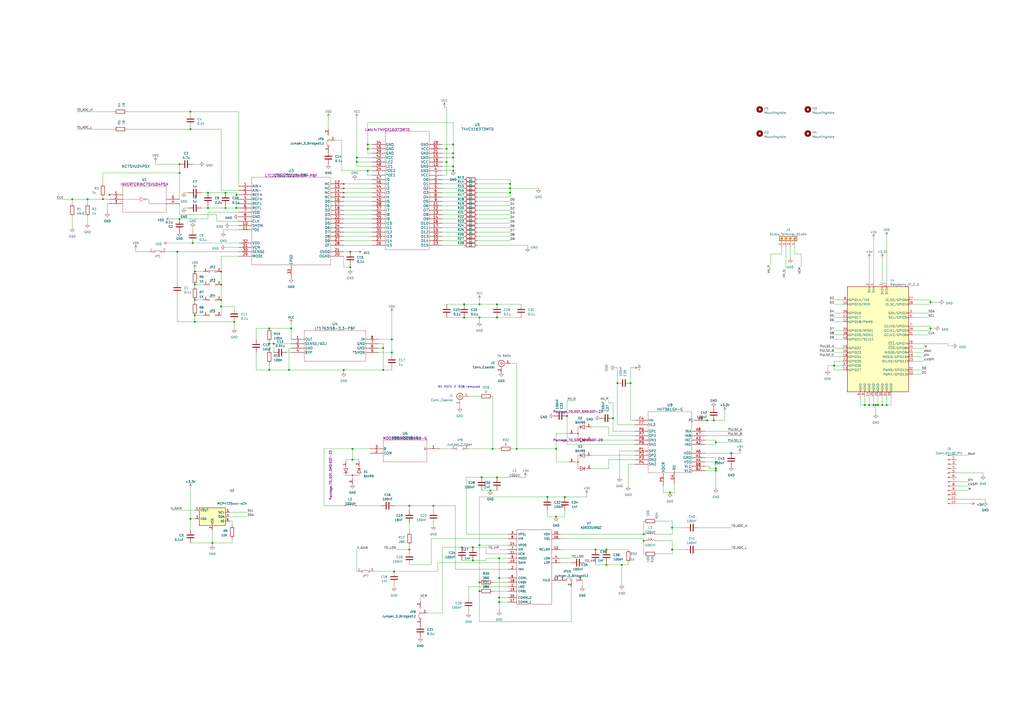
<source format=kicad_sch>
(kicad_sch (version 20230121) (generator eeschema)
  (paper "A2")
  (junction (at 123.19 314.96))
  (junction (at 327.66 288.29))
  (junction (at 137.16 120.65))
  (junction (at 156.21 214.63))
  (junction (at 168.91 190.5))
  (junction (at 262.89 88.9))
  (junction (at 345.44 318.77))
  (junction (at 262.89 96.52))
  (junction (at 278.13 176.53))
  (junction (at 285.75 260.35))
  (junction (at 539.75 175.26))
  (junction (at 289.56 335.28))
  (junction (at 414.02 243.84))
  (junction (at 267.97 317.5))
  (junction (at 284.48 284.48))
  (junction (at 251.46 293.37))
  (junction (at 120.65 120.65))
  (junction (at 113.03 182.88))
  (junction (at 228.6 331.47))
  (junction (at 237.49 293.37))
  (junction (at 501.65 234.95))
  (junction (at 328.93 241.3))
  (junction (at 322.58 260.35))
  (junction (at 389.89 306.07))
  (junction (at 424.18 262.89))
  (junction (at 128.27 165.1))
  (junction (at 128.27 177.8))
  (junction (at 509.27 234.95))
  (junction (at 511.81 234.95))
  (junction (at 317.5 288.29))
  (junction (at 156.21 199.39))
  (junction (at 203.2 146.05))
  (junction (at 504.19 234.95))
  (junction (at 213.36 99.06))
  (junction (at 269.24 176.53))
  (junction (at 262.89 91.44))
  (junction (at 199.39 214.63))
  (junction (at 274.32 317.5))
  (junction (at 389.89 318.77))
  (junction (at 506.73 234.95))
  (junction (at 204.47 260.35))
  (junction (at 158.75 199.39))
  (junction (at 278.13 184.15))
  (junction (at 373.38 313.69))
  (junction (at 388.62 285.75))
  (junction (at 483.87 212.09))
  (junction (at 59.69 115.57))
  (junction (at 104.14 100.33))
  (junction (at 278.13 342.9))
  (junction (at 262.89 99.06))
  (junction (at 351.79 327.66))
  (junction (at 295.91 111.76))
  (junction (at 130.81 111.76))
  (junction (at 295.91 109.22))
  (junction (at 128.27 157.48))
  (junction (at 110.49 64.77))
  (junction (at 111.76 140.97))
  (junction (at 213.36 83.82))
  (junction (at 269.24 184.15))
  (junction (at 110.49 300.99))
  (junction (at 373.38 309.88))
  (junction (at 259.08 93.98))
  (junction (at 295.91 106.68))
  (junction (at 128.27 173.99))
  (junction (at 102.87 146.05))
  (junction (at 137.16 113.03))
  (junction (at 358.14 222.25))
  (junction (at 113.03 157.48))
  (junction (at 351.79 318.77))
  (junction (at 259.08 86.36))
  (junction (at 135.89 186.69))
  (junction (at 288.29 184.15))
  (junction (at 514.35 234.95))
  (junction (at 322.58 299.72))
  (junction (at 110.49 74.93))
  (junction (at 213.36 86.36))
  (junction (at 365.76 222.25))
  (junction (at 113.03 165.1))
  (junction (at 289.56 323.85))
  (junction (at 289.56 349.25))
  (junction (at 278.13 316.23))
  (junction (at 203.2 154.94))
  (junction (at 41.91 115.57))
  (junction (at 113.03 186.69))
  (junction (at 262.89 83.82))
  (junction (at 288.29 276.86))
  (junction (at 415.29 273.05))
  (junction (at 278.13 337.82))
  (junction (at 274.32 325.12))
  (junction (at 222.25 201.93))
  (junction (at 299.72 260.35))
  (junction (at 104.14 95.25))
  (junction (at 222.25 214.63))
  (junction (at 120.65 111.76))
  (junction (at 415.29 256.54))
  (junction (at 207.01 91.44))
  (junction (at 355.6 242.57))
  (junction (at 415.29 271.78))
  (junction (at 410.21 243.84))
  (junction (at 207.01 93.98))
  (junction (at 289.56 346.71))
  (junction (at 130.81 120.65))
  (junction (at 204.47 266.7))
  (junction (at 167.64 214.63))
  (junction (at 113.03 173.99))
  (junction (at 539.75 190.5))
  (junction (at 237.49 318.77))
  (junction (at 508 234.95))
  (junction (at 104.14 127))
  (junction (at 360.68 327.66))
  (junction (at 156.21 190.5))
  (junction (at 50.8 115.57))
  (junction (at 279.4 276.86))
  (junction (at 227.33 196.85))
  (junction (at 288.29 176.53))
  (junction (at 415.29 267.97))
  (junction (at 227.33 204.47))
  (wire (pts (xy 200.66 266.7) (xy 204.47 266.7)))
  (wire (pts (xy 295.91 111.76) (xy 295.91 114.3)))
  (wire (pts (xy 113.03 157.48) (xy 118.11 157.48)))
  (wire (pts (xy 204.47 266.7) (xy 208.28 266.7)))
  (wire (pts (xy 134.62 312.42) (xy 134.62 314.96)))
  (wire (pts (xy 276.86 139.7) (xy 295.91 139.7)))
  (wire (pts (xy 389.89 302.26) (xy 389.89 306.07)))
  (wire (pts (xy 187.96 260.35) (xy 187.96 293.37)))
  (wire (pts (xy 266.7 234.95) (xy 266.7 236.22)))
  (wire (pts (xy 368.3 266.7) (xy 353.06 266.7)))
  (wire (pts (xy 138.43 130.81) (xy 133.35 130.81)))
  (wire (pts (xy 529.59 201.93) (xy 535.94 201.93)))
  (wire (pts (xy 99.06 295.91) (xy 113.03 295.91)))
  (wire (pts (xy 447.04 147.32) (xy 453.39 147.32)))
  (wire (pts (xy 389.89 321.31) (xy 381 321.31)))
  (wire (pts (xy 358.14 213.36) (xy 356.87 213.36)))
  (wire (pts (xy 271.78 229.87) (xy 278.13 229.87)))
  (wire (pts (xy 199.39 146.05) (xy 203.2 146.05)))
  (wire (pts (xy 228.6 331.47) (xy 217.17 331.47)))
  (wire (pts (xy 228.6 339.09) (xy 228.6 340.36)))
  (wire (pts (xy 222.25 214.63) (xy 199.39 214.63)))
  (wire (pts (xy 288.29 184.15) (xy 302.26 184.15)))
  (wire (pts (xy 78.74 144.78) (xy 78.74 146.05)))
  (wire (pts (xy 368.3 252.73) (xy 353.06 252.73)))
  (wire (pts (xy 276.86 124.46) (xy 295.91 124.46)))
  (wire (pts (xy 227.33 204.47) (xy 227.33 205.74)))
  (wire (pts (xy 207.01 318.77) (xy 207.01 331.47)))
  (wire (pts (xy 294.64 346.71) (xy 289.56 346.71)))
  (wire (pts (xy 213.36 88.9) (xy 213.36 86.36)))
  (wire (pts (xy 322.58 251.46) (xy 322.58 260.35)))
  (wire (pts (xy 408.94 273.05) (xy 415.29 273.05)))
  (wire (pts (xy 128.27 148.59) (xy 138.43 148.59)))
  (wire (pts (xy 458.47 143.51) (xy 458.47 149.86)))
  (wire (pts (xy 430.53 256.54) (xy 415.29 256.54)))
  (wire (pts (xy 113.03 165.1) (xy 113.03 166.37)))
  (wire (pts (xy 554.99 289.56) (xy 571.5 289.56)))
  (wire (pts (xy 256.54 93.98) (xy 259.08 93.98)))
  (wire (pts (xy 364.49 327.66) (xy 360.68 327.66)))
  (wire (pts (xy 203.2 154.94) (xy 203.2 156.21)))
  (wire (pts (xy 514.35 137.16) (xy 514.35 163.83)))
  (wire (pts (xy 294.64 335.28) (xy 289.56 335.28)))
  (wire (pts (xy 41.91 115.57) (xy 50.8 115.57)))
  (wire (pts (xy 207.01 91.44) (xy 215.9 91.44)))
  (wire (pts (xy 199.39 121.92) (xy 215.9 121.92)))
  (wire (pts (xy 259.08 101.6) (xy 259.08 93.98)))
  (wire (pts (xy 514.35 229.87) (xy 514.35 234.95)))
  (wire (pts (xy 554.99 274.32) (xy 570.23 274.32)))
  (wire (pts (xy 359.41 276.86) (xy 359.41 261.62)))
  (wire (pts (xy 128.27 165.1) (xy 128.27 173.99)))
  (wire (pts (xy 227.33 196.85) (xy 219.71 196.85)))
  (wire (pts (xy 256.54 139.7) (xy 269.24 139.7)))
  (wire (pts (xy 120.65 119.38) (xy 120.65 120.65)))
  (wire (pts (xy 405.13 318.77) (xy 424.18 318.77)))
  (wire (pts (xy 44.45 64.77) (xy 66.04 64.77)))
  (wire (pts (xy 549.91 200.66) (xy 552.45 200.66)))
  (wire (pts (xy 554.99 292.1) (xy 562.61 292.1)))
  (wire (pts (xy 539.75 190.5) (xy 542.29 190.5)))
  (wire (pts (xy 364.49 269.24) (xy 368.3 269.24)))
  (wire (pts (xy 135.89 186.69) (xy 135.89 190.5)))
  (wire (pts (xy 276.86 142.24) (xy 306.07 142.24)))
  (wire (pts (xy 483.87 214.63) (xy 488.95 214.63)))
  (wire (pts (xy 554.99 284.48) (xy 561.34 284.48)))
  (wire (pts (xy 199.39 148.59) (xy 199.39 154.94)))
  (wire (pts (xy 116.84 111.76) (xy 120.65 111.76)))
  (wire (pts (xy 213.36 83.82) (xy 215.9 83.82)))
  (wire (pts (xy 415.29 255.27) (xy 415.29 256.54)))
  (wire (pts (xy 137.16 111.76) (xy 130.81 111.76)))
  (wire (pts (xy 529.59 181.61) (xy 538.48 181.61)))
  (wire (pts (xy 199.39 114.3) (xy 215.9 114.3)))
  (wire (pts (xy 529.59 176.53) (xy 539.75 176.53)))
  (wire (pts (xy 509.27 229.87) (xy 509.27 234.95)))
  (wire (pts (xy 199.39 109.22) (xy 215.9 109.22)))
  (wire (pts (xy 262.89 88.9) (xy 262.89 91.44)))
  (wire (pts (xy 237.49 293.37) (xy 237.49 295.91)))
  (wire (pts (xy 113.03 173.99) (xy 113.03 175.26)))
  (wire (pts (xy 529.59 207.01) (xy 535.94 207.01)))
  (wire (pts (xy 384.81 285.75) (xy 388.62 285.75)))
  (wire (pts (xy 331.47 323.85) (xy 325.12 323.85)))
  (wire (pts (xy 130.81 111.76) (xy 120.65 111.76)))
  (wire (pts (xy 289.56 323.85) (xy 289.56 335.28)))
  (wire (pts (xy 415.29 257.81) (xy 408.94 257.81)))
  (wire (pts (xy 156.21 199.39) (xy 156.21 203.2)))
  (wire (pts (xy 259.08 176.53) (xy 269.24 176.53)))
  (wire (pts (xy 213.36 86.36) (xy 213.36 83.82)))
  (wire (pts (xy 306.07 142.24) (xy 306.07 143.51)))
  (wire (pts (xy 322.58 260.35) (xy 322.58 267.97)))
  (wire (pts (xy 483.87 212.09) (xy 483.87 214.63)))
  (wire (pts (xy 571.5 289.56) (xy 571.5 290.83)))
  (wire (pts (xy 539.75 175.26) (xy 539.75 176.53)))
  (wire (pts (xy 110.49 300.99) (xy 113.03 300.99)))
  (wire (pts (xy 294.64 337.82) (xy 285.75 337.82)))
  (wire (pts (xy 455.93 143.51) (xy 455.93 156.21)))
  (wire (pts (xy 294.64 340.36) (xy 271.78 340.36)))
  (wire (pts (xy 328.93 232.41) (xy 334.01 232.41)))
  (wire (pts (xy 461.01 143.51) (xy 461.01 147.32)))
  (wire (pts (xy 529.59 217.17) (xy 534.67 217.17)))
  (wire (pts (xy 276.86 104.14) (xy 295.91 104.14)))
  (wire (pts (xy 539.75 191.77) (xy 529.59 191.77)))
  (wire (pts (xy 285.75 260.35) (xy 289.56 260.35)))
  (wire (pts (xy 199.39 106.68) (xy 215.9 106.68)))
  (wire (pts (xy 219.71 204.47) (xy 227.33 204.47)))
  (wire (pts (xy 133.35 302.26) (xy 134.62 302.26)))
  (wire (pts (xy 358.14 246.38) (xy 368.3 246.38)))
  (wire (pts (xy 483.87 201.93) (xy 488.95 201.93)))
  (wire (pts (xy 256.54 114.3) (xy 269.24 114.3)))
  (wire (pts (xy 50.8 115.57) (xy 50.8 118.11)))
  (wire (pts (xy 529.59 214.63) (xy 534.67 214.63)))
  (wire (pts (xy 213.36 86.36) (xy 215.9 86.36)))
  (wire (pts (xy 203.2 153.67) (xy 203.2 154.94)))
  (wire (pts (xy 113.03 156.21) (xy 113.03 157.48)))
  (wire (pts (xy 113.03 182.88) (xy 113.03 186.69)))
  (wire (pts (xy 199.39 142.24) (xy 215.9 142.24)))
  (wire (pts (xy 274.32 325.12) (xy 267.97 325.12)))
  (wire (pts (xy 113.03 186.69) (xy 135.89 186.69)))
  (wire (pts (xy 504.19 229.87) (xy 504.19 234.95)))
  (wire (pts (xy 99.06 127) (xy 104.14 127)))
  (wire (pts (xy 199.39 129.54) (xy 215.9 129.54)))
  (wire (pts (xy 213.36 83.82) (xy 213.36 71.12)))
  (wire (pts (xy 256.54 116.84) (xy 269.24 116.84)))
  (wire (pts (xy 256.54 355.6) (xy 247.65 355.6)))
  (wire (pts (xy 237.49 293.37) (xy 228.6 293.37)))
  (wire (pts (xy 373.38 312.42) (xy 373.38 313.69)))
  (wire (pts (xy 276.86 121.92) (xy 295.91 121.92)))
  (wire (pts (xy 570.23 274.32) (xy 570.23 275.59)))
  (wire (pts (xy 294.64 326.39) (xy 254 326.39)))
  (wire (pts (xy 411.48 271.78) (xy 415.29 271.78)))
  (wire (pts (xy 104.14 127) (xy 120.65 127)))
  (wire (pts (xy 415.29 256.54) (xy 415.29 257.81)))
  (wire (pts (xy 281.94 321.31) (xy 281.94 317.5)))
  (wire (pts (xy 110.49 64.77) (xy 110.49 66.04)))
  (wire (pts (xy 539.75 175.26) (xy 544.83 175.26)))
  (wire (pts (xy 130.81 143.51) (xy 138.43 143.51)))
  (wire (pts (xy 281.94 317.5) (xy 274.32 317.5)))
  (wire (pts (xy 138.43 64.77) (xy 138.43 107.95)))
  (wire (pts (xy 102.87 146.05) (xy 102.87 163.83)))
  (wire (pts (xy 364.49 326.39) (xy 364.49 327.66)))
  (wire (pts (xy 342.9 255.27) (xy 368.3 255.27)))
  (wire (pts (xy 194.31 81.28) (xy 198.12 81.28)))
  (wire (pts (xy 256.54 83.82) (xy 262.89 83.82)))
  (wire (pts (xy 325.12 312.42) (xy 373.38 312.42)))
  (wire (pts (xy 128.27 173.99) (xy 128.27 177.8)))
  (wire (pts (xy 120.65 123.19) (xy 120.65 127)))
  (wire (pts (xy 198.12 99.06) (xy 198.12 81.28)))
  (wire (pts (xy 262.89 71.12) (xy 262.89 83.82)))
  (wire (pts (xy 156.21 190.5) (xy 148.59 190.5)))
  (wire (pts (xy 134.62 302.26) (xy 134.62 304.8)))
  (wire (pts (xy 256.54 109.22) (xy 269.24 109.22)))
  (wire (pts (xy 256.54 127) (xy 269.24 127)))
  (wire (pts (xy 488.95 184.15) (xy 483.87 184.15)))
  (wire (pts (xy 110.49 64.77) (xy 138.43 64.77)))
  (wire (pts (xy 97.79 140.97) (xy 111.76 140.97)))
  (wire (pts (xy 123.19 307.34) (xy 123.19 314.96)))
  (wire (pts (xy 199.39 119.38) (xy 215.9 119.38)))
  (wire (pts (xy 278.13 176.53) (xy 288.29 176.53)))
  (wire (pts (xy 156.21 210.82) (xy 156.21 214.63)))
  (wire (pts (xy 237.49 308.61) (xy 237.49 303.53)))
  (wire (pts (xy 135.89 177.8) (xy 135.89 179.07)))
  (wire (pts (xy 227.33 213.36) (xy 227.33 214.63)))
  (wire (pts (xy 340.36 288.29) (xy 340.36 287.02)))
  (wire (pts (xy 294.64 342.9) (xy 285.75 342.9)))
  (wire (pts (xy 488.95 173.99) (xy 483.87 173.99)))
  (wire (pts (xy 251.46 304.8) (xy 251.46 303.53)))
  (wire (pts (xy 199.39 154.94) (xy 203.2 154.94)))
  (wire (pts (xy 389.89 309.88) (xy 381 309.88)))
  (wire (pts (xy 278.13 316.23) (xy 278.13 337.82)))
  (wire (pts (xy 276.86 137.16) (xy 295.91 137.16)))
  (wire (pts (xy 327.66 299.72) (xy 327.66 295.91)))
  (wire (pts (xy 415.29 267.97) (xy 415.29 271.78)))
  (wire (pts (xy 251.46 293.37) (xy 251.46 295.91)))
  (wire (pts (xy 167.64 214.63) (xy 199.39 214.63)))
  (wire (pts (xy 358.14 222.25) (xy 358.14 246.38)))
  (wire (pts (xy 389.89 318.77) (xy 389.89 321.31)))
  (wire (pts (xy 529.59 184.15) (xy 538.48 184.15)))
  (wire (pts (xy 276.86 114.3) (xy 295.91 114.3)))
  (wire (pts (xy 123.19 314.96) (xy 134.62 314.96)))
  (wire (pts (xy 365.76 222.25) (xy 365.76 213.36)))
  (wire (pts (xy 128.27 110.49) (xy 138.43 110.49)))
  (wire (pts (xy 148.59 214.63) (xy 156.21 214.63)))
  (wire (pts (xy 373.38 302.26) (xy 373.38 309.88)))
  (wire (pts (xy 278.13 360.68) (xy 331.47 360.68)))
  (wire (pts (xy 254 326.39) (xy 254 331.47)))
  (wire (pts (xy 424.18 262.89) (xy 408.94 262.89)))
  (wire (pts (xy 278.13 184.15) (xy 278.13 186.69)))
  (wire (pts (xy 207.01 91.44) (xy 207.01 93.98)))
  (wire (pts (xy 483.87 191.77) (xy 488.95 191.77)))
  (wire (pts (xy 270.51 276.86) (xy 270.51 309.88)))
  (wire (pts (xy 237.49 318.77) (xy 237.49 320.04)))
  (wire (pts (xy 269.24 184.15) (xy 278.13 184.15)))
  (wire (pts (xy 256.54 317.5) (xy 256.54 355.6)))
  (wire (pts (xy 295.91 104.14) (xy 295.91 106.68)))
  (wire (pts (xy 256.54 111.76) (xy 269.24 111.76)))
  (wire (pts (xy 41.91 125.73) (xy 41.91 132.08)))
  (wire (pts (xy 256.54 132.08) (xy 269.24 132.08)))
  (wire (pts (xy 113.03 182.88) (xy 118.11 182.88)))
  (wire (pts (xy 137.16 115.57) (xy 137.16 113.03)))
  (wire (pts (xy 199.39 111.76) (xy 215.9 111.76)))
  (wire (pts (xy 278.13 173.99) (xy 278.13 176.53)))
  (wire (pts (xy 278.13 288.29) (xy 278.13 316.23)))
  (wire (pts (xy 328.93 257.81) (xy 368.3 257.81)))
  (wire (pts (xy 342.9 264.16) (xy 368.3 264.16)))
  (wire (pts (xy 539.75 189.23) (xy 539.75 190.5)))
  (wire (pts (xy 256.54 129.54) (xy 269.24 129.54)))
  (wire (pts (xy 138.43 123.19) (xy 120.65 123.19)))
  (wire (pts (xy 511.81 229.87) (xy 511.81 234.95)))
  (wire (pts (xy 166.37 204.47) (xy 168.91 204.47)))
  (wire (pts (xy 110.49 300.99) (xy 110.49 307.34)))
  (wire (pts (xy 365.76 213.36) (xy 367.03 213.36)))
  (wire (pts (xy 214.63 260.35) (xy 204.47 260.35)))
  (wire (pts (xy 222.25 201.93) (xy 222.25 214.63)))
  (wire (pts (xy 199.39 139.7) (xy 215.9 139.7)))
  (wire (pts (xy 237.49 327.66) (xy 250.19 327.66)))
  (wire (pts (xy 190.5 68.58) (xy 190.5 74.93)))
  (wire (pts (xy 317.5 295.91) (xy 317.5 299.72)))
  (wire (pts (xy 358.14 222.25) (xy 358.14 213.36)))
  (wire (pts (xy 529.59 204.47) (xy 535.94 204.47)))
  (wire (pts (xy 529.59 209.55) (xy 535.94 209.55)))
  (wire (pts (xy 259.08 184.15) (xy 269.24 184.15)))
  (wire (pts (xy 199.39 127) (xy 215.9 127)))
  (wire (pts (xy 408.94 255.27) (xy 415.29 255.27)))
  (wire (pts (xy 480.06 214.63) (xy 480.06 212.09)))
  (wire (pts (xy 278.13 184.15) (xy 288.29 184.15)))
  (wire (pts (xy 304.8 276.86) (xy 302.26 276.86)))
  (wire (pts (xy 227.33 214.63) (xy 222.25 214.63)))
  (wire (pts (xy 337.82 336.55) (xy 337.82 340.36)))
  (wire (pts (xy 41.91 115.57) (xy 41.91 118.11)))
  (wire (pts (xy 168.91 190.5) (xy 156.21 190.5)))
  (wire (pts (xy 317.5 288.29) (xy 327.66 288.29)))
  (wire (pts (xy 256.54 142.24) (xy 269.24 142.24)))
  (wire (pts (xy 138.43 115.57) (xy 137.16 115.57)))
  (wire (pts (xy 488.95 196.85) (xy 483.87 196.85)))
  (wire (pts (xy 294.64 276.86) (xy 288.29 276.86)))
  (wire (pts (xy 294.64 316.23) (xy 278.13 316.23)))
  (wire (pts (xy 104.14 95.25) (xy 104.14 100.33)))
  (wire (pts (xy 276.86 109.22) (xy 295.91 109.22)))
  (wire (pts (xy 125.73 124.46) (xy 125.73 128.27)))
  (wire (pts (xy 200.66 267.97) (xy 200.66 266.7)))
  (wire (pts (xy 167.64 214.63) (xy 167.64 201.93)))
  (wire (pts (xy 529.59 173.99) (xy 539.75 173.99)))
  (wire (pts (xy 219.71 199.39) (xy 222.25 199.39)))
  (wire (pts (xy 506.73 229.87) (xy 506.73 234.95)))
  (wire (pts (xy 213.36 71.12) (xy 262.89 71.12)))
  (wire (pts (xy 256.54 124.46) (xy 269.24 124.46)))
  (wire (pts (xy 128.27 74.93) (xy 128.27 110.49)))
  (wire (pts (xy 288.29 176.53) (xy 302.26 176.53)))
  (wire (pts (xy 59.69 100.33) (xy 104.14 100.33)))
  (wire (pts (xy 488.95 194.31) (xy 483.87 194.31)))
  (wire (pts (xy 359.41 261.62) (xy 368.3 261.62)))
  (wire (pts (xy 199.39 293.37) (xy 187.96 293.37)))
  (wire (pts (xy 156.21 214.63) (xy 167.64 214.63)))
  (wire (pts (xy 529.59 199.39) (xy 549.91 199.39)))
  (wire (pts (xy 59.69 106.68) (xy 59.69 100.33)))
  (wire (pts (xy 327.66 288.29) (xy 340.36 288.29)))
  (wire (pts (xy 288.29 284.48) (xy 284.48 284.48)))
  (wire (pts (xy 262.89 88.9) (xy 256.54 88.9)))
  (wire (pts (xy 488.95 181.61) (xy 483.87 181.61)))
  (wire (pts (xy 110.49 283.21) (xy 110.49 300.99)))
  (wire (pts (xy 453.39 143.51) (xy 453.39 147.32)))
  (wire (pts (xy 294.64 349.25) (xy 289.56 349.25)))
  (wire (pts (xy 391.16 280.67) (xy 391.16 285.75)))
  (wire (pts (xy 137.16 120.65) (xy 138.43 120.65)))
  (wire (pts (xy 289.56 349.25) (xy 289.56 354.33)))
  (wire (pts (xy 264.16 293.37) (xy 264.16 330.2)))
  (wire (pts (xy 106.68 120.65) (xy 109.22 120.65)))
  (wire (pts (xy 373.38 313.69) (xy 373.38 321.31)))
  (wire (pts (xy 130.81 119.38) (xy 130.81 120.65)))
  (wire (pts (xy 408.94 265.43) (xy 415.29 265.43)))
  (wire (pts (xy 322.58 267.97) (xy 330.2 267.97)))
  (wire (pts (xy 408.94 270.51) (xy 411.48 270.51)))
  (wire (pts (xy 355.6 233.68) (xy 355.6 242.57)))
  (wire (pts (xy 276.86 116.84) (xy 295.91 116.84)))
  (wire (pts (xy 278.13 342.9) (xy 278.13 360.68)))
  (wire (pts (xy 384.81 281.94) (xy 384.81 285.75)))
  (wire (pts (xy 262.89 96.52) (xy 256.54 96.52)))
  (wire (pts (xy 328.93 241.3) (xy 328.93 257.81)))
  (wire (pts (xy 227.33 181.61) (xy 227.33 196.85)))
  (wire (pts (xy 501.65 234.95) (xy 499.11 234.95)))
  (wire (pts (xy 549.91 199.39) (xy 549.91 200.66)))
  (wire (pts (xy 353.06 233.68) (xy 355.6 233.68)))
  (wire (pts (xy 345.44 326.39) (xy 345.44 327.66)))
  (wire (pts (xy 509.27 234.95) (xy 508 234.95)))
  (wire (pts (xy 289.56 335.28) (xy 289.56 346.71)))
  (wire (pts (xy 256.54 86.36) (xy 259.08 86.36)))
  (wire (pts (xy 133.35 297.18) (xy 143.51 297.18)))
  (wire (pts (xy 106.68 111.76) (xy 109.22 111.76)))
  (wire (pts (xy 514.35 234.95) (xy 511.81 234.95)))
  (wire (pts (xy 276.86 134.62) (xy 295.91 134.62)))
  (wire (pts (xy 414.02 243.84) (xy 410.21 243.84)))
  (wire (pts (xy 289.56 323.85) (xy 281.94 323.85)))
  (wire (pts (xy 102.87 186.69) (xy 102.87 171.45)))
  (wire (pts (xy 325.12 309.88) (xy 373.38 309.88)))
  (wire (pts (xy 499.11 234.95) (xy 499.11 229.87)))
  (wire (pts (xy 276.86 127) (xy 295.91 127)))
  (wire (pts (xy 408.94 267.97) (xy 415.29 267.97)))
  (wire (pts (xy 227.33 196.85) (xy 227.33 204.47)))
  (wire (pts (xy 199.39 132.08) (xy 215.9 132.08)))
  (wire (pts (xy 199.39 134.62) (xy 215.9 134.62)))
  (wire (pts (xy 420.37 238.76) (xy 420.37 243.84)))
  (wire (pts (xy 104.14 100.33) (xy 104.14 115.57)))
  (wire (pts (xy 294.64 323.85) (xy 289.56 323.85)))
  (wire (pts (xy 254 331.47) (xy 228.6 331.47)))
  (wire (pts (xy 102.87 146.05) (xy 138.43 146.05)))
  (wire (pts (xy 299.72 210.82) (xy 295.91 210.82)))
  (wire (pts (xy 276.86 132.08) (xy 295.91 132.08)))
  (wire (pts (xy 207.01 96.52) (xy 215.9 96.52)))
  (wire (pts (xy 90.17 93.98) (xy 90.17 95.25)))
  (wire (pts (xy 111.76 95.25) (xy 115.57 95.25)))
  (wire (pts (xy 207.01 93.98) (xy 215.9 93.98)))
  (wire (pts (xy 461.01 147.32) (xy 464.82 147.32)))
  (wire (pts (xy 289.56 346.71) (xy 289.56 349.25)))
  (wire (pts (xy 137.16 118.11) (xy 137.16 120.65)))
  (wire (pts (xy 137.16 113.03) (xy 137.16 111.76)))
  (wire (pts (xy 73.66 74.93) (xy 110.49 74.93)))
  (wire (pts (xy 539.75 173.99) (xy 539.75 175.26)))
  (wire (pts (xy 554.99 264.16) (xy 561.34 264.16)))
  (wire (pts (xy 78.74 146.05) (xy 86.36 146.05)))
  (wire (pts (xy 256.54 104.14) (xy 269.24 104.14)))
  (wire (pts (xy 220.98 293.37) (xy 207.01 293.37)))
  (wire (pts (xy 208.28 266.7) (xy 208.28 267.97)))
  (wire (pts (xy 113.03 186.69) (xy 102.87 186.69)))
  (wire (pts (xy 120.65 120.65) (xy 130.81 120.65)))
  (wire (pts (xy 204.47 260.35) (xy 187.96 260.35)))
  (wire (pts (xy 539.75 189.23) (xy 529.59 189.23)))
  (wire (pts (xy 259.08 62.23) (xy 259.08 86.36)))
  (wire (pts (xy 111.76 140.97) (xy 138.43 140.97)))
  (wire (pts (xy 288.29 276.86) (xy 279.4 276.86)))
  (wire (pts (xy 256.54 106.68) (xy 269.24 106.68)))
  (wire (pts (xy 278.13 337.82) (xy 278.13 342.9)))
  (wire (pts (xy 508 234.95) (xy 506.73 234.95)))
  (wire (pts (xy 351.79 327.66) (xy 345.44 327.66)))
  (wire (pts (xy 351.79 326.39) (xy 351.79 327.66)))
  (wire (pts (xy 274.32 317.5) (xy 267.97 317.5)))
  (wire (pts (xy 128.27 177.8) (xy 128.27 182.88)))
  (wire (pts (xy 137.16 118.11) (xy 138.43 118.11)))
  (wire (pts (xy 429.26 262.89) (xy 424.18 262.89)))
  (wire (pts (xy 276.86 111.76) (xy 295.91 111.76)))
  (wire (pts (xy 213.36 101.6) (xy 215.9 101.6)))
  (wire (pts (xy 331.47 326.39) (xy 325.12 326.39)))
  (wire (pts (xy 381 313.69) (xy 389.89 313.69)))
  (wire (pts (xy 116.84 120.65) (xy 120.65 120.65)))
  (wire (pts (xy 389.89 306.07) (xy 389.89 309.88)))
  (wire (pts (xy 539.75 190.5) (xy 539.75 191.77)))
  (wire (pts (xy 237.49 316.23) (xy 237.49 318.77)))
  (wire (pts (xy 110.49 74.93) (xy 128.27 74.93)))
  (wire (pts (xy 130.81 120.65) (xy 137.16 120.65)))
  (wire (pts (xy 368.3 250.19) (xy 355.6 250.19)))
  (wire (pts (xy 342.9 271.78) (xy 353.06 271.78)))
  (wire (pts (xy 430.53 250.19) (xy 408.94 250.19)))
  (wire (pts (xy 59.69 115.57) (xy 63.5 115.57)))
  (wire (pts (xy 364.49 318.77) (xy 351.79 318.77)))
  (wire (pts (xy 294.64 321.31) (xy 281.94 321.31)))
  (wire (pts (xy 284.48 284.48) (xy 279.4 284.48)))
  (wire (pts (xy 156.21 198.12) (xy 156.21 199.39)))
  (wire (pts (xy 259.08 86.36) (xy 259.08 93.98)))
  (wire (pts (xy 111.76 132.08) (xy 111.76 133.35)))
  (wire (pts (xy 506.73 138.43) (xy 506.73 163.83)))
  (wire (pts (xy 353.06 232.41) (xy 353.06 233.68)))
  (wire (pts (xy 199.39 116.84) (xy 215.9 116.84)))
  (wire (pts (xy 294.64 309.88) (xy 270.51 309.88)))
  (wire (pts (xy 168.91 187.96) (xy 168.91 190.5)))
  (wire (pts (xy 128.27 157.48) (xy 128.27 148.59)))
  (wire (pts (xy 299.72 260.35) (xy 322.58 260.35)))
  (wire (pts (xy 295.91 109.22) (xy 295.91 111.76)))
  (wire (pts (xy 213.36 99.06) (xy 213.36 101.6)))
  (wire (pts (xy 365.76 243.84) (xy 368.3 243.84)))
  (wire (pts (xy 215.9 88.9) (xy 213.36 88.9)))
  (wire (pts (xy 508 234.95) (xy 508 240.03)))
  (wire (pts (xy 110.49 73.66) (xy 110.49 74.93)))
  (wire (pts (xy 360.68 327.66) (xy 360.68 339.09)))
  (wire (pts (xy 158.75 199.39) (xy 158.75 204.47)))
  (wire (pts (xy 381 302.26) (xy 389.89 302.26)))
  (wire (pts (xy 365.76 222.25) (xy 365.76 243.84)))
  (wire (pts (xy 276.86 106.68) (xy 295.91 106.68)))
  (wire (pts (xy 251.46 293.37) (xy 237.49 293.37)))
  (wire (pts (xy 198.12 99.06) (xy 213.36 99.06)))
  (wire (pts (xy 483.87 204.47) (xy 488.95 204.47)))
  (wire (pts (xy 44.45 74.93) (xy 66.04 74.93)))
  (wire (pts (xy 222.25 201.93) (xy 219.71 201.93)))
  (wire (pts (xy 256.54 101.6) (xy 259.08 101.6)))
  (wire (pts (xy 158.75 199.39) (xy 156.21 199.39)))
  (wire (pts (xy 90.17 95.25) (xy 104.14 95.25)))
  (wire (pts (xy 317.5 299.72) (xy 322.58 299.72)))
  (wire (pts (xy 488.95 176.53) (xy 483.87 176.53)))
  (wire (pts (xy 62.23 118.11) (xy 62.23 123.19)))
  (wire (pts (xy 389.89 313.69) (xy 389.89 318.77)))
  (wire (pts (xy 250.19 312.42) (xy 294.64 312.42)))
  (wire (pts (xy 125.73 128.27) (xy 138.43 128.27)))
  (wire (pts (xy 104.14 124.46) (xy 125.73 124.46)))
  (wire (pts (xy 355.6 242.57) (xy 355.6 250.19)))
  (wire (pts (xy 483.87 207.01) (xy 488.95 207.01)))
  (wire (pts (xy 424.18 306.07) (xy 405.13 306.07)))
  (wire (pts (xy 364.49 281.94) (xy 364.49 269.24)))
  (wire (pts (xy 281.94 323.85) (xy 281.94 325.12)))
  (wire (pts (xy 133.35 299.72) (xy 143.51 299.72)))
  (wire (pts (xy 113.03 173.99) (xy 118.11 173.99)))
  (wire (pts (xy 168.91 190.5) (xy 168.91 196.85)))
  (wire (pts (xy 199.39 214.63) (xy 199.39 215.9)))
  (wire (pts (xy 104.14 118.11) (xy 104.14 124.46)))
  (wire (pts (xy 96.52 146.05) (xy 102.87 146.05)))
  (wire (pts (xy 483.87 209.55) (xy 488.95 209.55)))
  (wire (pts (xy 205.74 104.14) (xy 215.9 104.14)))
  (wire (pts (xy 331.47 360.68) (xy 331.47 340.36)))
  (wire (pts (xy 63.5 118.11) (xy 62.23 118.11)))
  (wire (pts (xy 271.78 340.36) (xy 271.78 346.71)))
  (wire (pts (xy 128.27 157.48) (xy 128.27 165.1)))
  (wire (pts (xy 129.54 133.35) (xy 129.54 134.62)))
  (wire (pts (xy 391.16 285.75) (xy 388.62 285.75)))
  (wire (pts (xy 259.08 62.23) (xy 257.81 62.23)))
  (wire (pts (xy 483.87 209.55) (xy 483.87 212.09)))
  (wire (pts (xy 464.82 147.32) (xy 464.82 154.94)))
  (wire (pts (xy 279.4 276.86) (xy 270.51 276.86)))
  (wire (pts (xy 430.53 252.73) (xy 408.94 252.73)))
  (wire (pts (xy 294.64 318.77) (xy 289.56 318.77)))
  (wire (pts (xy 529.59 194.31) (xy 538.48 194.31)))
  (wire (pts (xy 554.99 279.4) (xy 561.34 279.4)))
  (wire (pts (xy 256.54 119.38) (xy 269.24 119.38)))
  (wire (pts (xy 411.48 270.51) (xy 411.48 271.78)))
  (wire (pts (xy 488.95 186.69) (xy 483.87 186.69)))
  (wire (pts (xy 256.54 134.62) (xy 269.24 134.62)))
  (wire (pts (xy 317.5 288.29) (xy 278.13 288.29)))
  (wire (pts (xy 262.89 91.44) (xy 256.54 91.44)))
  (wire (pts (xy 415.29 271.78) (xy 415.29 273.05)))
  (wire (pts (xy 243.84 346.71) (xy 243.84 349.25)))
  (wire (pts (xy 199.39 137.16) (xy 215.9 137.16)))
  (wire (pts (xy 353.06 271.78) (xy 353.06 266.7)))
  (wire (pts (xy 269.24 176.53) (xy 278.13 176.53)))
  (wire (pts (xy 501.65 229.87) (xy 501.65 234.95)))
  (wire (pts (xy 129.54 133.35) (xy 138.43 133.35)))
  (wire (pts (xy 420.37 243.84) (xy 414.02 243.84)))
  (wire (pts (xy 262.89 91.44) (xy 262.89 96.52)))
  (wire (pts (xy 255.27 260.35) (xy 261.62 260.35)))
  (wire (pts (xy 506.73 234.95) (xy 504.19 234.95)))
  (wire (pts (xy 262.89 99.06) (xy 256.54 99.06)))
  (wire (pts (xy 415.29 265.43) (xy 415.29 267.97)))
  (wire (pts (xy 33.02 115.57) (xy 41.91 115.57)))
  (wire (pts (xy 207.01 93.98) (xy 207.01 96.52)))
  (wire (pts (xy 281.94 325.12) (xy 274.32 325.12)))
  (wire (pts (xy 328.93 232.41) (xy 328.93 241.3)))
  (wire (pts (xy 285.75 229.87) (xy 285.75 260.35)))
  (wire (pts (xy 295.91 106.68) (xy 295.91 109.22)))
  (wire (pts (xy 267.97 317.5) (xy 256.54 317.5)))
  (wire (pts (xy 511.81 149.86) (xy 511.81 163.83)))
  (wire (pts (xy 110.49 314.96) (xy 123.19 314.96)))
  (wire (pts (xy 353.06 247.65) (xy 342.9 247.65)))
  (wire (pts (xy 415.29 273.05) (xy 415.29 283.21)))
  (wire (pts (xy 410.21 243.84) (xy 408.94 243.84)))
  (wire (pts (xy 167.64 201.93) (xy 168.91 201.93)))
  (wire (pts (xy 322.58 251.46) (xy 330.2 251.46)))
  (wire (pts (xy 322.58 299.72) (xy 327.66 299.72)))
  (wire (pts (xy 73.66 64.77) (xy 110.49 64.77)))
  (wire (pts (xy 271.78 354.33) (xy 271.78 355.6)))
  (wire (pts (xy 299.72 210.82) (xy 299.72 260.35)))
  (wire (pts (xy 516.89 229.87) (xy 516.89 234.95)))
  (wire (pts (xy 516.89 234.95) (xy 514.35 234.95)))
  (wire (pts (xy 397.51 318.77) (xy 389.89 318.77)))
  (wire (pts (xy 59.69 114.3) (xy 59.69 115.57)))
  (wire (pts (xy 213.36 99.06) (xy 215.9 99.06)))
  (wire (pts (xy 504.19 149.86) (xy 504.19 163.83)))
  (wire (pts (xy 113.03 165.1) (xy 118.11 165.1)))
  (wire (pts (xy 138.43 113.03) (xy 137.16 113.03)))
  (wire (pts (xy 276.86 129.54) (xy 295.91 129.54)))
  (wire (pts (xy 237.49 318.77) (xy 229.87 318.77)))
  (wire (pts (xy 256.54 121.92) (xy 269.24 121.92)))
  (wire (pts (xy 123.19 314.96) (xy 123.19 316.23)))
  (wire (pts (xy 148.59 190.5) (xy 148.59 196.85)))
  (wire (pts (xy 276.86 119.38) (xy 295.91 119.38)))
  (wire (pts (xy 271.78 260.35) (xy 285.75 260.35)))
  (wire (pts (xy 262.89 96.52) (xy 262.89 99.06)))
  (wire (pts (xy 50.8 125.73) (xy 50.8 129.54)))
  (wire (pts (xy 480.06 212.09) (xy 483.87 212.09)))
  (wire (pts (xy 483.87 212.09) (xy 488.95 212.09)))
  (wire (pts (xy 50.8 115.57) (xy 59.69 115.57)))
  (wire (pts (xy 256.54 137.16) (xy 269.24 137.16)))
  (wire (pts (xy 264.16 293.37) (xy 251.46 293.37)))
  (wire (pts (xy 351.79 318.77) (xy 345.44 318.77)))
  (wire (pts (xy 168.91 199.39) (xy 158.75 199.39)))
  (wire (pts (xy 447.04 147.32) (xy 447.04 153.67)))
  (wire (pts (xy 148.59 204.47) (xy 148.59 214.63)))
  (wire (pts (xy 397.51 306.07) (xy 389.89 306.07)))
  (wire (pts (xy 353.06 247.65) (xy 353.06 252.73)))
  (wire (pts (xy 128.27 177.8) (xy 135.89 177.8)))
  (wire (pts (xy 511.81 234.95) (xy 509.27 234.95)))
  (wire (pts (xy 222.25 199.39) (xy 222.25 201.93)))
  (wire (pts (xy 345.44 318.77) (xy 325.12 318.77)))
  (wire (pts (xy 207.01 68.58) (xy 207.01 91.44)))
  (wire (pts (xy 250.19 327.66) (xy 250.19 312.42)))
  (wire (pts (xy 199.39 124.46) (xy 215.9 124.46)))
  (wire (pts (xy 295.91 109.22) (xy 312.42 109.22)))
  (wire (pts (xy 262.89 83.82) (xy 262.89 88.9)))
  (wire (pts (xy 204.47 260.35) (xy 204.47 266.7)))
  (wire (pts (xy 203.2 146.05) (xy 207.01 146.05)))
  (wire (pts (xy 504.19 234.95) (xy 501.65 234.95)))
  (wire (pts (xy 297.18 260.35) (xy 299.72 260.35)))
  (wire (pts (xy 554.99 281.94) (xy 561.34 281.94)))
  (wire (pts (xy 264.16 330.2) (xy 294.64 330.2)))
  (wire (pts (xy 360.68 327.66) (xy 351.79 327.66)))
  (rectangle (start 120.65 35.56) (end 120.65 35.56))
  (text "RX PATH IF R28 removed\n\n" (at 254 227.33 0) (effects (font (size 1.27 1.27)) (justify left bottom)))
  (text "TX PATH\n\n" (at 288.29 209.55 0) (effects (font (size 1.27 1.27)) (justify left bottom)))
  (label "PULSE_A" (at 483.87 201.93 180))
  (label "le" (at 535.94 201.93 0))
  (label "SCL" (at 143.51 297.18 0))
  (label "TO_ADC_L" (at 44.45 74.93 0))
  (label "SDA" (at 143.51 299.72 0))
  (label "clkSPI" (at 561.34 281.94 0))
  (label "VCM" (at 243.84 346.71 0))
  (label "TO_ADC_H" (at 44.45 64.77 0))
  (label "V_GAIN" (at 207.01 318.77 0))
  (label "le" (at 561.34 284.48 0))
  (label "D0" (at 295.91 116.84 0))
  (label "TO_ADC_H" (at 424.18 306.07 0))
  (label "PULSE_B" (at 430.53 252.73 180))
  (label "SCL" (at 538.48 184.15 0))
  (label "TO_VIP" (at 289.56 318.77 180))
  (label "D2" (at 295.91 121.92 0))
  (label "D3" (at 295.91 124.46 0))
  (label "dout" (at 561.34 264.16 0))
  (label "D9" (at 295.91 139.7 0))
  (label "D8" (at 295.91 137.16 0))
  (label "TO_LON" (at 229.87 318.77 180))
  (label "TO_ADC_L" (at 424.18 318.77 0))
  (label "D6" (at 483.87 186.69 180))
  (label "D2" (at 483.87 173.99 180))
  (label "HV_P" (at 353.06 232.41 180))
  (label "D3" (at 483.87 176.53 180))
  (label "din" (at 535.94 207.01 0))
  (label "D1" (at 295.91 119.38 0))
  (label "D5" (at 483.87 184.15 180))
  (label "D8" (at 483.87 194.31 180))
  (label "D0" (at 534.67 214.63 0))
  (label "D1" (at 534.67 217.17 0))
  (label "V_GAIN" (at 99.06 295.91 0))
  (label "D7" (at 483.87 191.77 180))
  (label "TO_LON" (at 331.47 323.85 0))
  (label "PULSE_B" (at 483.87 204.47 180))
  (label "PULSE_C" (at 483.87 207.01 180))
  (label "HV_P" (at 447.04 153.67 270))
  (label "din" (at 561.34 279.4 0))
  (label "PULSE_C" (at 430.53 256.54 180))
  (label "D7" (at 295.91 134.62 0))
  (label "PULSE_A" (at 430.53 250.19 180))
  (label "HV_N" (at 334.01 232.41 180))
  (label "HV_N" (at 455.93 156.21 270))
  (label "dout" (at 535.94 204.47 0))
  (label "CLK" (at 538.48 194.31 0))
  (label "D5" (at 295.91 129.54 0))
  (label "D6" (at 295.91 132.08 0))
  (label "SDA" (at 538.48 181.61 0))
  (label "VCM" (at 464.82 154.94 270))
  (label "D9" (at 483.87 196.85 180))
  (label "D4" (at 483.87 181.61 180))
  (label "TO_VIP" (at 339.09 326.39 0))
  (label "clkSPI" (at 535.94 209.55 0))
  (label "D4" (at 295.91 127 0))
  (label "CLK" (at 33.02 115.57 0))
  (symbol (lib_id "power:GND") (at 278.13 186.69 0) (unit 1)
    (property "Reference" "#PWR040" (effects hide))
    (property "Value" "GND" (at 278.13 191.77 0))
  )
  (symbol (lib_id "Device:R") (at 273.05 109.22 90) (unit 1)
    (property "Reference" "R15" (at 269.24 107.95 90) (effects (justify left)))
    (property "Value" "33" (at 273.05 110.49 0) (effects (justify left)))
    (property "Footprint" "Resistor_SMD:R_0603_1608Metric" (effects hide))
  )
  (symbol (lib_id "Device:C") (at 424.18 266.7 0) (mirror y) (unit 1)
    (property "Reference" "C43" (at 420.37 266.065 0) (effects (justify left)))
    (property "Value" "100nF" (at 420.37 268.605 0) (effects (justify left)))
    (property "Footprint" "Inductor_SMD:L_0603_1608Metric" (effects hide))
  )
  (symbol (lib_id "Device:L") (at 377.19 313.69 270) (mirror x) (unit 1)
    (property "Reference" "L4" (at 377.19 312.42 90))
    (property "Value" "100nH" (at 377.19 316.23 90))
    (property "Footprint" "Inductor_SMD:L_0603_1608Metric" (effects hide))
  )
  (symbol (lib_id "Device:C") (at 288.29 180.34 0) (unit 1)
    (property "Reference" "C29" (at 292.1 179.705 0) (effects (justify left)))
    (property "Value" "0.1u" (at 292.1 182.245 0) (effects (justify left)))
    (property "Footprint" "Capacitor_SMD:C_0603_1608Metric" (effects hide))
  )
  (symbol (lib_id "Jumper:Jumper_3_Bridged12") (at 190.5 81.28 90) (unit 1)
    (property "Reference" "JP6" (at 187.96 80.645 90) (effects (justify left)))
    (property "Value" "Jumper_3_Bridged12" (at 187.96 83.185 90) (effects (justify left)))
    (property "Footprint" "Jumper:SolderJumper-3_P1.3mm_Open_Pad1.0x1.5mm" (effects hide))
  )
  (symbol (lib_id "Device:C") (at 113.03 111.76 270) (unit 1)
    (property "Reference" "C7" (at 113.03 105.41 90))
    (property "Value" "1u" (at 113.03 107.95 90))
    (property "Footprint" "Capacitor_SMD:C_0603_1608Metric" (effects hide))
  )
  (symbol (lib_id "Device:C") (at 203.2 149.86 0) (unit 1)
    (property "Reference" "C15" (at 207.01 149.225 0) (effects (justify left)))
    (property "Value" "0.1u" (at 207.01 151.765 0) (effects (justify left)))
    (property "Footprint" "Capacitor_SMD:C_0603_1608Metric" (effects hide))
  )
  (symbol (lib_id "power:+5V") (at 429.26 262.89 0) (mirror y) (unit 1)
    (property "Reference" "#PWR062" (effects hide))
    (property "Value" "+5V" (at 429.26 259.08 0))
  )
  (symbol (lib_id "Device:R") (at 273.05 119.38 90) (unit 1)
    (property "Reference" "R19" (at 269.24 118.11 90) (effects (justify left)))
    (property "Value" "33" (at 273.05 120.65 0) (effects (justify left)))
    (property "Footprint" "Resistor_SMD:R_0603_1608Metric" (effects hide))
  )
  (symbol (lib_id "power:GND") (at 262.89 99.06 0) (unit 1)
    (property "Reference" "#PWR036" (effects hide))
    (property "Value" "GND" (at 262.89 104.14 0))
  )
  (symbol (lib_id "power:GND") (at 203.2 156.21 0) (unit 1)
    (property "Reference" "#PWR026" (effects hide))
    (property "Value" "GND" (at 203.2 161.29 0))
  )
  (symbol (lib_id "Device:R") (at 273.05 124.46 90) (unit 1)
    (property "Reference" "R21" (at 269.24 123.19 90) (effects (justify left)))
    (property "Value" "33" (at 273.05 125.73 0) (effects (justify left)))
    (property "Footprint" "Resistor_SMD:R_0603_1608Metric" (effects hide))
  )
  (symbol (lib_id "power:GND") (at 135.89 190.5 0) (unit 1)
    (property "Reference" "#PWR019" (effects hide))
    (property "Value" "GND" (at 135.89 195.58 0))
  )
  (symbol (lib_id "Connector:Conn_01x12_Pin") (at 549.91 276.86 0) (unit 1)
    (property "Reference" "J5" (at 550.545 260.35 0))
    (property "Value" "Conn_01x12_Pin" (at 550.545 262.89 0))
    (property "Footprint" "Connector_PinHeader_2.54mm:PinHeader_2x06_P2.54mm_Vertical" (effects hide))
  )
  (symbol (lib_id "AD8331ARQZ:AD8331ARQZ") (at 326.39 309.88 0) (mirror y) (unit 1)
    (property "Reference" "U7" (at 341.63 303.53 0))
    (property "Value" "AD8331ARQZ" (at 342.9 306.07 0))
    (property "Footprint" "AD8331:SOP64P600X175-20N" (effects hide))
    (property "Datasheet" "http://www.analog.com/static/imported-files/data_sheets/AD8331_8332_8334.pdf" (effects hide))
    (property "Description" "AD8331ARQZ, Programmable Gain Amplifier, 20-Pin QSOP" (effects hide))
    (property "Height" "1.75" (effects hide))
    (property "Manufacturer_Name" "Analog Devices" (effects hide))
    (property "Manufacturer_Part_Number" "AD8331ARQZ" (effects hide))
    (property "Mouser Part Number" "584-AD8331ARQZ" (effects hide))
    (property "Mouser Price/Stock" "https://www.mouser.co.uk/ProductDetail/Analog-Devices/AD8331ARQZ?qs=%2FtpEQrCGXCwx0%2F22gf7ohQ%3D%3D" (effects hide))
    (property "Arrow Part Number" "AD8331ARQZ" (effects hide))
    (property "Arrow Price/Stock" "https://www.arrow.com/en/products/ad8331arqz/analog-devices?region=nac" (effects hide))
  )
  (symbol (lib_id "power:GND") (at 458.47 149.86 0) (unit 1)
    (property "Reference" "#PWR063" (effects hide))
    (property "Value" "GND" (at 458.47 154.94 0))
  )
  (symbol (lib_id "Device:L") (at 203.2 293.37 270) (mirror x) (unit 1)
    (property "Reference" "L1" (at 203.2 289.56 90))
    (property "Value" "100nH" (at 203.2 292.1 90))
    (property "Footprint" "Inductor_SMD:L_0603_1608Metric" (effects hide))
  )
  (symbol (lib_id "power:GND") (at 571.5 290.83 0) (unit 1)
    (property "Reference" "#PWR075" (effects hide))
    (property "Value" "GND" (at 571.5 295.91 0))
  )
  (symbol (lib_id "Device:C") (at 102.87 167.64 0) (unit 1)
    (property "Reference" "C1" (at 106.68 167.005 0) (effects (justify left)))
    (property "Value" "0.1u" (at 106.68 169.545 0) (effects (justify left)))
    (property "Footprint" "Capacitor_SMD:C_0603_1608Metric" (effects hide))
  )
  (symbol (lib_id "power:+5V") (at 504.19 149.86 0) (unit 1)
    (property "Reference" "#PWR065" (effects hide))
    (property "Value" "+5V" (at 504.19 146.05 0))
  )
  (symbol (lib_id "Device:R") (at 281.94 337.82 270) (mirror x) (unit 1)
    (property "Reference" "R30" (at 281.94 332.74 90))
    (property "Value" "280" (at 281.94 335.28 90))
    (property "Footprint" "Resistor_SMD:R_0603_1608Metric" (effects hide))
  )
  (symbol (lib_id "Device:C") (at 243.84 365.76 0) (unit 1)
    (property "Reference" "C21" (at 247.65 365.125 0) (effects (justify left)))
    (property "Value" "0.1u" (at 247.65 367.665 0) (effects (justify left)))
    (property "Footprint" "Capacitor_SMD:C_0603_1608Metric" (effects hide))
  )
  (symbol (lib_id "power:GND") (at 322.58 299.72 0) (unit 1)
    (property "Reference" "#PWR048" (effects hide))
    (property "Value" "GND" (at 322.58 304.8 0))
  )
  (symbol (lib_id "power:GND") (at 50.8 129.54 0) (unit 1)
    (property "Reference" "#PWR02" (effects hide))
    (property "Value" "GND" (at 50.8 134.62 0))
  )
  (symbol (lib_id "power:VDD") (at 190.5 68.58 0) (unit 1)
    (property "Reference" "#PWR023" (effects hide))
    (property "Value" "VDD" (at 190.5 64.77 0))
  )
  (symbol (lib_id "Device:R") (at 273.05 104.14 90) (unit 1)
    (property "Reference" "R13" (at 269.24 102.87 90) (effects (justify left)))
    (property "Value" "33" (at 273.05 105.41 0) (effects (justify left)))
    (property "Footprint" "Resistor_SMD:R_0603_1608Metric" (effects hide))
  )
  (symbol (lib_id "power:GND") (at 424.18 270.51 0) (mirror y) (unit 1)
    (property "Reference" "#PWR061" (effects hide))
    (property "Value" "GND" (at 424.18 275.59 0))
  )
  (symbol (lib_id "Device:C") (at 351.79 322.58 0) (unit 1)
    (property "Reference" "C38" (at 355.6 321.945 0) (effects (justify left)))
    (property "Value" "100nF" (at 355.6 324.485 0) (effects (justify left)))
    (property "Footprint" "Inductor_SMD:L_0603_1608Metric" (effects hide))
  )
  (symbol (lib_id "Device:R") (at 293.37 260.35 90) (unit 1)
    (property "Reference" "R32" (at 293.37 255.27 90))
    (property "Value" "0" (at 293.37 257.81 90))
    (property "Footprint" "Resistor_SMD:R_0603_1608Metric" (effects hide))
  )
  (symbol (lib_id "power:GND") (at 552.45 200.66 90) (unit 1)
    (property "Reference" "#PWR072" (effects hide))
    (property "Value" "GND" (at 556.26 201.295 90) (effects (justify right)))
  )
  (symbol (lib_id "Device:R") (at 273.05 111.76 90) (unit 1)
    (property "Reference" "R16" (at 269.24 110.49 90) (effects (justify left)))
    (property "Value" "33" (at 273.05 113.03 0) (effects (justify left)))
    (property "Footprint" "Resistor_SMD:R_0603_1608Metric" (effects hide))
  )
  (symbol (lib_id "Device:R") (at 134.62 308.61 0) (mirror y) (unit 1)
    (property "Reference" "R9" (at 132.08 307.975 0) (effects (justify left)))
    (property "Value" "10K" (at 132.08 310.515 0) (effects (justify left)))
    (property "Footprint" "Resistor_SMD:R_0603_1608Metric" (effects hide))
  )
  (symbol (lib_id "power:VCC") (at 278.13 173.99 0) (unit 1)
    (property "Reference" "#PWR039" (effects hide))
    (property "Value" "VCC" (at 278.13 170.18 0))
  )
  (symbol (lib_id "Device:C") (at 224.79 293.37 90) (mirror x) (unit 1)
    (property "Reference" "C16" (at 224.79 287.02 90))
    (property "Value" "100nF" (at 224.79 289.56 90))
    (property "Footprint" "Capacitor_SMD:C_0603_1608Metric" (effects hide))
  )
  (symbol (lib_id "power:GND") (at 204.47 280.67 0) (unit 1)
    (property "Reference" "#PWR027" (effects hide))
    (property "Value" "GND" (at 204.47 285.75 0))
  )
  (symbol (lib_id "power:VCC") (at 168.91 187.96 0) (unit 1)
    (property "Reference" "#PWR022" (effects hide))
    (property "Value" "VCC" (at 168.91 184.15 0))
  )
  (symbol (lib_id "power:GND") (at 106.68 120.65 0) (unit 1)
    (property "Reference" "#PWR010" (effects hide))
    (property "Value" "GND" (at 106.68 125.73 0))
  )
  (symbol (lib_id "Device:R") (at 377.19 321.31 270) (mirror x) (unit 1)
    (property "Reference" "R35" (at 378.46 326.39 0) (effects (justify left)))
    (property "Value" "100" (at 375.92 326.39 0) (effects (justify left)))
    (property "Footprint" "Resistor_SMD:R_0603_1608Metric" (effects hide))
  )
  (symbol (lib_id "power:GND") (at 359.41 276.86 0) (mirror y) (unit 1)
    (property "Reference" "#PWR053" (effects hide))
    (property "Value" "GND" (at 359.41 281.94 0))
  )
  (symbol (lib_id "Device:C") (at 414.02 240.03 0) (mirror y) (unit 1)
    (property "Reference" "C42" (at 410.21 239.395 0) (effects (justify left)))
    (property "Value" "100nF" (at 410.21 241.935 0) (effects (justify left)))
    (property "Footprint" "Inductor_SMD:L_0603_1608Metric" (effects hide))
  )
  (symbol (lib_id "power:+3.3V") (at 420.37 238.76 0) (mirror y) (unit 1)
    (property "Reference" "#PWR060" (effects hide))
    (property "Value" "+3.3V" (at 420.37 234.95 0))
  )
  (symbol (lib_id "power:VDD") (at 113.03 156.21 0) (unit 1)
    (property "Reference" "#PWR013" (effects hide))
    (property "Value" "VDD" (at 113.03 152.4 0))
  )
  (symbol (lib_id "power:GND") (at 388.62 285.75 0) (mirror y) (unit 1)
    (property "Reference" "#PWR057" (effects hide))
    (property "Value" "GND" (at 388.62 290.83 0))
  )
  (symbol (lib_id "Jumper:Jumper_2_Open") (at 123.19 182.88 0) (unit 1)
    (property "Reference" "JP5" (at 123.19 180.34 0))
    (property "Value" "Jumper_2_Open" (effects hide))
    (property "Footprint" "Jumper:SolderJumper-2_P1.3mm_Open_Pad1.0x1.5mm" (effects hide))
  )
  (symbol (lib_id "Device:C") (at 130.81 115.57 0) (unit 1)
    (property "Reference" "C10" (at 134.62 114.935 0) (effects (justify left)))
    (property "Value" "0.1u" (at 134.62 117.475 0) (effects (justify left)))
    (property "Footprint" "Capacitor_SMD:C_0603_1608Metric" (effects hide))
  )
  (symbol (lib_id "Device:C") (at 259.08 180.34 0) (unit 1)
    (property "Reference" "C23" (at 262.89 179.705 0) (effects (justify left)))
    (property "Value" "0.1u" (at 262.89 182.245 0) (effects (justify left)))
    (property "Footprint" "Capacitor_SMD:C_0603_1608Metric" (effects hide))
  )
  (symbol (lib_id "power:GND") (at 115.57 95.25 90) (unit 1)
    (property "Reference" "#PWR014" (effects hide))
    (property "Value" "GND" (at 119.38 95.885 90) (effects (justify right)))
  )
  (symbol (lib_id "power:GND") (at 266.7 236.22 0) (mirror y) (unit 1)
    (property "Reference" "#PWR037" (effects hide))
    (property "Value" "GND" (at 266.7 241.3 0))
  )
  (symbol (lib_id "power:VCC") (at 207.01 68.58 0) (unit 1)
    (property "Reference" "#PWR029" (effects hide))
    (property "Value" "VCC" (at 207.01 64.77 0))
  )
  (symbol (lib_id "power:GND") (at 312.42 109.22 0) (unit 1)
    (property "Reference" "#PWR046" (effects hide))
    (property "Value" "GND" (at 312.42 114.3 0))
  )
  (symbol (lib_id "power:GND") (at 414.02 236.22 0) (mirror x) (unit 1)
    (property "Reference" "#PWR058" (effects hide))
    (property "Value" "GND" (at 414.02 232.41 0))
  )
  (symbol (lib_id "Device:R") (at 273.05 137.16 90) (unit 1)
    (property "Reference" "R26" (at 269.24 135.89 90) (effects (justify left)))
    (property "Value" "33" (at 273.05 138.43 0) (effects (justify left)))
    (property "Footprint" "Resistor_SMD:R_0603_1608Metric" (effects hide))
  )
  (symbol (lib_id "Device:R") (at 273.05 114.3 90) (unit 1)
    (property "Reference" "R17" (at 269.24 113.03 90) (effects (justify left)))
    (property "Value" "33" (at 273.05 115.57 0) (effects (justify left)))
    (property "Footprint" "Resistor_SMD:R_0603_1608Metric" (effects hide))
  )
  (symbol (lib_id "Device:C") (at 288.29 280.67 0) (mirror y) (unit 1)
    (property "Reference" "C30" (at 284.48 280.035 0) (effects (justify left)))
    (property "Value" "1nF" (at 284.48 282.575 0) (effects (justify left)))
    (property "Footprint" "Capacitor_SMD:C_0603_1608Metric" (effects hide))
  )
  (symbol (lib_id "Device:R") (at 113.03 161.29 0) (unit 1)
    (property "Reference" "R6" (at 115.57 160.655 0) (effects (justify left)))
    (property "Value" "1K" (at 115.57 163.195 0) (effects (justify left)))
    (property "Footprint" "Resistor_SMD:R_0603_1608Metric" (effects hide))
  )
  (symbol (lib_id "Device:C") (at 228.6 335.28 0) (mirror y) (unit 1)
    (property "Reference" "C18" (at 224.79 334.645 0) (effects (justify left)))
    (property "Value" "1nF" (at 224.79 337.185 0) (effects (justify left)))
    (property "Footprint" "Capacitor_SMD:C_0603_1608Metric" (effects hide))
  )
  (symbol (lib_id "Device:R") (at 273.05 134.62 90) (unit 1)
    (property "Reference" "R25" (at 269.24 133.35 90) (effects (justify left)))
    (property "Value" "33" (at 273.05 135.89 0) (effects (justify left)))
    (property "Footprint" "Resistor_SMD:R_0603_1608Metric" (effects hide))
  )
  (symbol (lib_id "Device:C") (at 111.76 137.16 0) (unit 1)
    (property "Reference" "C6" (at 115.57 136.525 0) (effects (justify left)))
    (property "Value" "0.1u" (at 115.57 139.065 0) (effects (justify left)))
    (property "Footprint" "Capacitor_SMD:C_0603_1608Metric" (effects hide))
  )
  (symbol (lib_id "power:GND") (at 356.87 213.36 270) (mirror x) (unit 1)
    (property "Reference" "#PWR052" (effects hide))
    (property "Value" "GND" (at 351.79 213.36 0))
  )
  (symbol (lib_id "Device:R") (at 273.05 121.92 90) (unit 1)
    (property "Reference" "R20" (at 269.24 120.65 90) (effects (justify left)))
    (property "Value" "33" (at 273.05 123.19 0) (effects (justify left)))
    (property "Footprint" "Resistor_SMD:R_0603_1608Metric" (effects hide))
  )
  (symbol (lib_id "Device:C") (at 237.49 323.85 0) (mirror y) (unit 1)
    (property "Reference" "C20" (at 233.68 323.215 0) (effects (justify left)))
    (property "Value" "100nF" (at 233.68 325.755 0) (effects (justify left)))
    (property "Footprint" "Capacitor_SMD:C_0603_1608Metric" (effects hide))
  )
  (symbol (lib_id "power:GND") (at 228.6 340.36 0) (mirror y) (unit 1)
    (property "Reference" "#PWR032" (effects hide))
    (property "Value" "GND" (at 228.6 345.44 0))
  )
  (symbol (lib_id "Device:C") (at 162.56 204.47 90) (unit 1)
    (property "Reference" "C13" (at 162.56 198.12 90))
    (property "Value" "0.01u" (at 162.56 200.66 90))
    (property "Footprint" "Capacitor_SMD:C_0603_1608Metric" (effects hide))
  )
  (symbol (lib_id "power:GND") (at 570.23 275.59 0) (unit 1)
    (property "Reference" "#PWR074" (effects hide))
    (property "Value" "GND" (at 570.23 280.67 0))
  )
  (symbol (lib_id "power:GND") (at 289.56 354.33 0) (mirror y) (unit 1)
    (property "Reference" "#PWR042" (effects hide))
    (property "Value" "GND" (at 289.56 359.41 0))
  )
  (symbol (lib_id "Diode:BAV99") (at 204.47 275.59 90) (unit 1)
    (property "Reference" "D1" (at 210.82 273.685 90) (effects (justify right)))
    (property "Value" "BAV99" (at 210.82 276.225 90) (effects (justify right)))
    (property "Footprint" "Package_TO_SOT_SMD:SOT-23" (at 191.77 275.59 0))
    (property "Datasheet" "https://assets.nexperia.com/documents/data-sheet/BAV99_SER.pdf" (effects hide))
  )
  (symbol (lib_id "Jumper:Jumper_3_Bridged12") (at 243.84 355.6 90) (unit 1)
    (property "Reference" "JP8" (at 241.3 354.965 90) (effects (justify left)))
    (property "Value" "Jumper_3_Bridged12" (at 241.3 357.505 90) (effects (justify left)))
    (property "Footprint" "Jumper:SolderJumper-3_P1.3mm_Open_Pad1.0x1.5mm" (effects hide))
  )
  (symbol (lib_id "power:VDD") (at 227.33 181.61 0) (unit 1)
    (property "Reference" "#PWR031" (effects hide))
    (property "Value" "VDD" (at 227.33 177.8 0))
  )
  (symbol (lib_id "power:GND") (at 290.83 215.9 0) (mirror y) (unit 1)
    (property "Reference" "#PWR043" (effects hide))
    (property "Value" "GND" (at 290.83 220.98 0))
  )
  (symbol (lib_id "Jumper:Jumper_2_Open") (at 123.19 173.99 0) (unit 1)
    (property "Reference" "JP4" (at 123.19 171.45 0))
    (property "Value" "Jumper_2_Open" (effects hide))
    (property "Footprint" "Jumper:SolderJumper-2_P1.3mm_Open_Pad1.0x1.5mm" (effects hide))
  )
  (symbol (lib_id "power:GND") (at 337.82 340.36 0) (mirror y) (unit 1)
    (property "Reference" "#PWR049" (effects hide))
    (property "Value" "GND" (at 337.82 345.44 0))
  )
  (symbol (lib_id "Device:C") (at 345.44 322.58 0) (unit 1)
    (property "Reference" "C36" (at 347.98 320.04 0) (effects (justify left)))
    (property "Value" "1nF" (at 346.71 325.12 0) (effects (justify left)))
    (property "Footprint" "Capacitor_SMD:C_0603_1608Metric" (effects hide))
  )
  (symbol (lib_id "power:GND") (at 62.23 123.19 0) (unit 1)
    (property "Reference" "#PWR03" (effects hide))
    (property "Value" "GND" (at 62.23 128.27 0))
  )
  (symbol (lib_id "Device:C") (at 335.28 326.39 270) (unit 1)
    (property "Reference" "C35" (at 339.09 327.66 90))
    (property "Value" "100nF" (at 335.28 330.2 90))
    (property "Footprint" "Inductor_SMD:L_0603_1608Metric" (effects hide))
  )
  (symbol (lib_id "Jumper:Jumper_2_Open") (at 123.19 165.1 0) (unit 1)
    (property "Reference" "JP3" (at 123.19 162.56 0))
    (property "Value" "Jumper_2_Open" (effects hide))
    (property "Footprint" "Jumper:SolderJumper-2_P1.3mm_Open_Pad1.0x1.5mm" (effects hide))
  )
  (symbol (lib_id "power:VCC") (at 207.01 146.05 270) (unit 1)
    (property "Reference" "#PWR030" (effects hide))
    (property "Value" "VCC" (at 210.82 146.685 90) (effects (justify left)))
  )
  (symbol (lib_id "power:GND") (at 111.76 132.08 180) (unit 1)
    (property "Reference" "#PWR012" (effects hide))
    (property "Value" "GND" (at 111.76 128.27 0))
  )
  (symbol (lib_id "Device:C") (at 107.95 95.25 90) (unit 1)
    (property "Reference" "C3" (at 107.95 88.9 90))
    (property "Value" "4.7u" (at 107.95 91.44 90))
    (property "Footprint" "Capacitor_SMD:C_0603_1608Metric" (effects hide))
  )
  (symbol (lib_id "power:GND") (at 415.29 283.21 0) (mirror y) (unit 1)
    (property "Reference" "#PWR059" (effects hide))
    (property "Value" "GND" (at 415.29 288.29 0))
  )
  (symbol (lib_id "Jumper:Jumper_2_Bridged") (at 91.44 146.05 0) (unit 1)
    (property "Reference" "JP1" (at 91.44 148.59 0))
    (property "Value" "Jumper_2_Bridged" (effects hide))
    (property "Footprint" "Jumper:SolderJumper-2_P1.3mm_Open_Pad1.0x1.5mm" (effects hide))
  )
  (symbol (lib_id "power:GND") (at 271.78 355.6 0) (mirror y) (unit 1)
    (property "Reference" "#PWR038" (effects hide))
    (property "Value" "GND" (at 271.78 360.68 0))
  )
  (symbol (lib_id "power:GND") (at 544.83 175.26 90) (unit 1)
    (property "Reference" "#PWR071" (effects hide))
    (property "Value" "GND" (at 548.64 175.895 90) (effects (justify right)))
  )
  (symbol (lib_id "Device:R") (at 273.05 129.54 90) (unit 1)
    (property "Reference" "R23" (at 269.24 128.27 90) (effects (justify left)))
    (property "Value" "33" (at 273.05 130.81 0) (effects (justify left)))
    (property "Footprint" "Resistor_SMD:R_0603_1608Metric" (effects hide))
  )
  (symbol (lib_id "Jumper:Jumper_2_Open") (at 266.7 260.35 0) (unit 1)
    (property "Reference" "JP9" (at 266.7 255.27 0))
    (property "Value" "Jumper_2_Open" (at 266.7 257.81 0))
    (property "Footprint" "Jumper:SolderJumper-2_P1.3mm_Open_Pad1.0x1.5mm" (effects hide))
  )
  (symbol (lib_id "power:GND") (at 41.91 132.08 0) (unit 1)
    (property "Reference" "#PWR01" (effects hide))
    (property "Value" "GND" (at 41.91 137.16 0))
  )
  (symbol (lib_id "Mechanical:MountingHole") (at 440.69 77.47 0) (unit 1)
    (property "Reference" "H2" (at 443.23 76.835 0) (effects (justify left)))
    (property "Value" "MountingHole" (at 443.23 79.375 0) (effects (justify left)))
    (property "Footprint" "MountingHole:MountingHole_3.5mm" (effects hide))
  )
  (symbol (lib_id "power:GND") (at 104.14 134.62 0) (unit 1)
    (property "Reference" "#PWR08" (effects hide))
    (property "Value" "GND" (at 104.14 138.43 0))
  )
  (symbol (lib_id "Device:C") (at 271.78 350.52 0) (mirror y) (unit 1)
    (property "Reference" "C26" (at 267.97 349.885 0) (effects (justify left)))
    (property "Value" "100nF" (at 267.97 352.425 0) (effects (justify left)))
    (property "Footprint" "Capacitor_SMD:C_0603_1608Metric" (effects hide))
  )
  (symbol (lib_id "Mechanical:MountingHole") (at 440.69 63.5 0) (unit 1)
    (property "Reference" "H1" (at 443.23 62.865 0) (effects (justify left)))
    (property "Value" "MountingHole" (at 443.23 65.405 0) (effects (justify left)))
    (property "Footprint" "MountingHole:MountingHole_3.5mm" (effects hide))
  )
  (symbol (lib_id "Device:R") (at 273.05 139.7 90) (unit 1)
    (property "Reference" "R27" (at 269.24 138.43 90) (effects (justify left)))
    (property "Value" "33" (at 273.05 140.97 0) (effects (justify left)))
    (property "Footprint" "Resistor_SMD:R_0603_1608Metric" (effects hide))
  )
  (symbol (lib_id "Device:C") (at 317.5 292.1 0) (unit 1)
    (property "Reference" "C32" (at 321.31 291.465 0) (effects (justify left)))
    (property "Value" "100nF" (at 321.31 294.005 0) (effects (justify left)))
    (property "Footprint" "Capacitor_SMD:C_0603_1608Metric" (effects hide))
  )
  (symbol (lib_id "Connector:Raspberry_Pi_2_3") (at 509.27 196.85 0) (unit 1)
    (property "Reference" "J4" (at 516.3059 162.56 0) (effects (justify left)))
    (property "Value" "Raspberry_Pi_2_3" (at 516.3059 165.1 0) (effects (justify left)))
    (property "Footprint" "Connector_PinSocket_2.54mm:PinSocket_2x20_P2.54mm_Vertical" (effects hide))
    (property "Datasheet" "https://www.raspberrypi.org/documentation/hardware/raspberrypi/schematics/rpi_SCH_3bplus_1p0_reduced.pdf" (effects hide))
  )
  (symbol (lib_id "power:+5V") (at 562.61 292.1 270) (unit 1)
    (property "Reference" "#PWR073" (effects hide))
    (property "Value" "+5V" (at 566.42 292.735 90) (effects (justify left)))
  )
  (symbol (lib_id "Device:C") (at 190.5 91.44 0) (unit 1)
    (property "Reference" "C14" (at 194.31 90.805 0) (effects (justify left)))
    (property "Value" "0.1u" (at 194.31 93.345 0) (effects (justify left)))
    (property "Footprint" "Capacitor_SMD:C_0603_1608Metric" (effects hide))
  )
  (symbol (lib_id "2023-02-21_23-33-51:LTC2236IUH-PBF") (at 138.43 107.95 0) (unit 1)
    (property "Reference" "U3" (at 168.91 99.06 0) (effects (font (size 1.524 1.524))))
    (property "Value" "LTC2236IUH-PBF" (at 168.91 101.6 0) (effects (font (size 1.524 1.524))))
    (property "Footprint" "LTC2236:LTC2236IUH-PBF" (at 168.91 101.854 0) (effects (font (size 1.524 1.524))))
  )
  (symbol (lib_id "power:GND") (at 199.39 215.9 0) (unit 1)
    (property "Reference" "#PWR025" (effects hide))
    (property "Value" "GND" (at 199.39 220.98 0))
  )
  (symbol (lib_id "power:GND") (at 508 240.03 0) (unit 1)
    (property "Reference" "#PWR067" (effects hide))
    (property "Value" "GND" (at 508 245.11 0))
  )
  (symbol (lib_id "Device:R") (at 156.21 194.31 0) (unit 1)
    (property "Reference" "R10" (at 158.75 193.675 0) (effects (justify left)))
    (property "Value" "105K" (at 158.75 196.215 0) (effects (justify left)))
    (property "Footprint" "Resistor_SMD:R_0603_1608Metric" (effects hide))
  )
  (symbol (lib_id "power:+5V") (at 304.8 276.86 0) (mirror y) (unit 1)
    (property "Reference" "#PWR044" (effects hide))
    (property "Value" "+5V" (at 304.8 273.05 0))
  )
  (symbol (lib_id "Device:C") (at 267.97 321.31 0) (mirror y) (unit 1)
    (property "Reference" "C24" (at 264.16 320.675 0) (effects (justify left)))
    (property "Value" "100nF" (at 264.16 323.215 0) (effects (justify left)))
    (property "Footprint" "Capacitor_SMD:C_0603_1608Metric" (effects hide))
  )
  (symbol (lib_id "power:GND") (at 321.31 241.3 270) (mirror x) (unit 1)
    (property "Reference" "#PWR047" (effects hide))
    (property "Value" "GND" (at 317.5 241.935 90) (effects (justify right)))
  )
  (symbol (lib_id "Connector:Screw_Terminal_01x04") (at 455.93 138.43 90) (unit 1)
    (property "Reference" "J3" (at 457.2 133.35 90))
    (property "Value" "Screw_Terminal_01x04" (at 457.2 135.89 90))
    (property "Footprint" "screwConn3:1751264" (effects hide))
  )
  (symbol (lib_id "power:GND") (at 133.35 130.81 270) (unit 1)
    (property "Reference" "#PWR018" (effects hide))
    (property "Value" "GND" (at 129.54 131.445 90) (effects (justify right)))
  )
  (symbol (lib_id "Device:R") (at 364.49 322.58 0) (mirror y) (unit 1)
    (property "Reference" "R33" (at 369.57 321.31 0) (effects (justify left)))
    (property "Value" "11k" (at 368.3 324.485 0) (effects (justify left)))
    (property "Footprint" "Resistor_SMD:R_0603_1608Metric" (effects hide))
  )
  (symbol (lib_id "power:VDD") (at 99.06 127 90) (unit 1)
    (property "Reference" "#PWR07" (effects hide))
    (property "Value" "VDD" (at 95.25 127.635 90) (effects (justify left)))
  )
  (symbol (lib_id "Mechanical:MountingHole") (at 468.63 77.47 0) (unit 1)
    (property "Reference" "H4" (at 471.17 76.835 0) (effects (justify left)))
    (property "Value" "MountingHole" (at 471.17 79.375 0) (effects (justify left)))
    (property "Footprint" "MountingHole:MountingHole_3.5mm" (effects hide))
  )
  (symbol (lib_id "power:+3.3V") (at 110.49 283.21 0) (mirror y) (unit 1)
    (property "Reference" "#PWR011" (effects hide))
    (property "Value" "+3.3V" (at 110.49 279.4 0))
  )
  (symbol (lib_id "power:GND") (at 306.07 143.51 0) (unit 1)
    (property "Reference" "#PWR045" (effects hide))
    (property "Value" "GND" (at 309.88 143.51 0))
  )
  (symbol (lib_id "Device:C") (at 135.89 182.88 0) (unit 1)
    (property "Reference" "C11" (at 139.7 182.245 0) (effects (justify left)))
    (property "Value" "0.1u" (at 139.7 184.785 0) (effects (justify left)))
    (property "Footprint" "Capacitor_SMD:C_0603_1608Metric" (effects hide))
  )
  (symbol (lib_id "Jumper:Jumper_3_Bridged12") (at 331.47 336.55 0) (unit 1)
    (property "Reference" "JP10" (at 328.93 331.47 0))
    (property "Value" "Jumper_3_Bridged12" (at 331.47 334.01 0))
    (property "Footprint" "Jumper:SolderJumper-3_P1.3mm_Open_Pad1.0x1.5mm" (effects hide))
  )
  (symbol (lib_id "Device:C") (at 110.49 69.85 0) (unit 1)
    (property "Reference" "C4" (at 114.3 69.215 0) (effects (justify left)))
    (property "Value" "0.2n" (at 114.3 71.755 0) (effects (justify left)))
    (property "Footprint" "Capacitor_SMD:C_0603_1608Metric" (effects hide))
  )
  (symbol (lib_id "HV7361:HV7361GA-G") (at 368.3 243.84 0) (unit 1)
    (property "Reference" "U8" (at 388.62 234.95 0) (effects (font (size 1.524 1.524))))
    (property "Value" "HV7361GA-G" (at 388.62 237.49 0) (effects (font (size 1.524 1.524))))
    (property "Footprint" "HV7361:HV7361GA-G" (effects hide))
  )
  (symbol (lib_id "Device:R") (at 281.94 229.87 90) (unit 1)
    (property "Reference" "R29" (at 281.94 224.79 90))
    (property "Value" "0" (at 281.94 227.33 90))
    (property "Footprint" "Resistor_SMD:R_0603_1608Metric" (effects hide))
  )
  (symbol (lib_id "Device:R") (at 273.05 116.84 90) (unit 1)
    (property "Reference" "R18" (at 269.24 115.57 90) (effects (justify left)))
    (property "Value" "33" (at 273.05 118.11 0) (effects (justify left)))
    (property "Footprint" "Resistor_SMD:R_0603_1608Metric" (effects hide))
  )
  (symbol (lib_id "Device:R") (at 59.69 110.49 0) (unit 1)
    (property "Reference" "R3" (at 54.61 109.22 0) (effects (justify left)))
    (property "Value" "1k" (at 53.34 111.76 0) (effects (justify left)))
    (property "Footprint" "Resistor_SMD:R_0603_1608Metric" (effects hide))
  )
  (symbol (lib_id "Device:C") (at 302.26 180.34 0) (unit 1)
    (property "Reference" "C31" (at 306.07 179.705 0) (effects (justify left)))
    (property "Value" "0.1u" (at 306.07 182.245 0) (effects (justify left)))
    (property "Footprint" "Capacitor_SMD:C_0603_1608Metric" (effects hide))
  )
  (symbol (lib_id "2023-02-21_23-41-26:MD0100N8-G") (at 255.27 260.35 0) (mirror y) (unit 1)
    (property "Reference" "U6" (at 234.95 251.46 0) (effects (font (size 1.524 1.524))))
    (property "Value" "MD0100N8-G" (at 234.95 254 0) (effects (font (size 1.524 1.524))))
    (property "Footprint" "MDO100:MD0100N8-G" (at 234.95 254.254 0) (effects (font (size 1.524 1.524))))
  )
  (symbol (lib_id "power:+5V") (at 340.36 287.02 0) (unit 1)
    (property "Reference" "#PWR050" (effects hide))
    (property "Value" "+5V" (at 340.36 283.21 0))
  )
  (symbol (lib_id "Jumper:Jumper_2_Bridged") (at 123.19 157.48 0) (unit 1)
    (property "Reference" "JP2" (at 123.19 154.94 0))
    (property "Value" "Jumper_2_Bridged" (effects hide))
    (property "Footprint" "Jumper:SolderJumper-2_P1.3mm_Open_Pad1.0x1.5mm" (effects hide))
  )
  (symbol (lib_id "Device:L") (at 377.19 309.88 270) (mirror x) (unit 1)
    (property "Reference" "L3" (at 377.19 306.07 90))
    (property "Value" "100nH" (at 377.19 308.61 90))
    (property "Footprint" "Inductor_SMD:L_0603_1608Metric" (effects hide))
  )
  (symbol (lib_id "Device:C") (at 351.79 242.57 270) (mirror x) (unit 1)
    (property "Reference" "C37" (at 352.425 238.76 0) (effects (justify left)))
    (property "Value" "100nF" (at 349.885 238.76 0) (effects (justify left)))
    (property "Footprint" "Inductor_SMD:L_0603_1608Metric" (effects hide))
  )
  (symbol (lib_id "power:GND") (at 480.06 214.63 0) (unit 1)
    (property "Reference" "#PWR064" (effects hide))
    (property "Value" "GND" (at 480.06 219.71 0))
  )
  (symbol (lib_id "power:VDD") (at 78.74 144.78 0) (unit 1)
    (property "Reference" "#PWR04" (effects hide))
    (property "Value" "VDD" (at 78.74 140.97 0))
  )
  (symbol (lib_id "Device:R") (at 69.85 64.77 90) (unit 1)
    (property "Reference" "R4" (at 69.215 62.23 0) (effects (justify left)))
    (property "Value" "18" (at 71.755 62.23 0) (effects (justify left)))
    (property "Footprint" "Resistor_SMD:R_0603_1608Metric" (effects hide))
  )
  (symbol (lib_id "Device:R") (at 156.21 207.01 0) (unit 1)
    (property "Reference" "R11" (at 158.75 206.375 0) (effects (justify left)))
    (property "Value" "100K" (at 158.75 208.915 0) (effects (justify left)))
    (property "Footprint" "Resistor_SMD:R_0603_1608Metric" (effects hide))
  )
  (symbol (lib_id "Device:C") (at 269.24 180.34 0) (unit 1)
    (property "Reference" "C25" (at 273.05 179.705 0) (effects (justify left)))
    (property "Value" "0.1u" (at 273.05 182.245 0) (effects (justify left)))
    (property "Footprint" "Capacitor_SMD:C_0603_1608Metric" (effects hide))
  )
  (symbol (lib_id "Device:R") (at 237.49 312.42 0) (mirror y) (unit 1)
    (property "Reference" "R12" (at 234.95 311.785 0) (effects (justify left)))
    (property "Value" "280" (at 234.95 314.325 0) (effects (justify left)))
    (property "Footprint" "Resistor_SMD:R_0603_1608Metric" (effects hide))
  )
  (symbol (lib_id "Device:R") (at 273.05 132.08 90) (unit 1)
    (property "Reference" "R24" (at 269.24 130.81 90) (effects (justify left)))
    (property "Value" "33" (at 273.05 133.35 0) (effects (justify left)))
    (property "Footprint" "Resistor_SMD:R_0603_1608Metric" (effects hide))
  )
  (symbol (lib_id "power:GND") (at 123.19 316.23 0) (unit 1)
    (property "Reference" "#PWR015" (effects hide))
    (property "Value" "GND" (at 123.19 321.31 0))
  )
  (symbol (lib_id "Device:C") (at 148.59 200.66 0) (unit 1)
    (property "Reference" "C12" (at 152.4 200.025 0) (effects (justify left)))
    (property "Value" "10uF" (at 152.4 202.565 0) (effects (justify left)))
    (property "Footprint" "Capacitor_SMD:C_0603_1608Metric" (effects hide))
  )
  (symbol (lib_id "power:GND") (at 138.43 125.73 270) (unit 1)
    (property "Reference" "#PWR020" (effects hide))
    (property "Value" "GND" (at 134.62 126.365 90) (effects (justify right)))
  )
  (symbol (lib_id "Device:C") (at 274.32 321.31 0) (mirror y) (unit 1)
    (property "Reference" "C27" (at 271.78 318.77 0) (effects (justify left)))
    (property "Value" "1nF" (at 273.05 323.85 0) (effects (justify left)))
    (property "Footprint" "Capacitor_SMD:C_0603_1608Metric" (effects hide))
  )
  (symbol (lib_id "Analog_DAC:MCP4725xxx-xCH") (at 123.19 299.72 0) (unit 1)
    (property "Reference" "U2" (at 134.62 284.48 0))
    (property "Value" "MCP4725xxx-xCH" (at 134.62 292.1 0))
    (property "Footprint" "Package_TO_SOT_SMD:SOT-23-6" (effects hide))
    (property "Datasheet" "http://ww1.microchip.com/downloads/en/DeviceDoc/22039d.pdf" (effects hide))
  )
  (symbol (lib_id "Device:R") (at 377.19 302.26 270) (mirror x) (unit 1)
    (property "Reference" "R34" (at 381 300.99 0) (effects (justify left)))
    (property "Value" "100" (at 375.92 299.72 0) (effects (justify left)))
    (property "Footprint" "Resistor_SMD:R_0603_1608Metric" (effects hide))
  )
  (symbol (lib_id "Device:C") (at 327.66 292.1 0) (unit 1)
    (property "Reference" "C34" (at 331.47 291.465 0) (effects (justify left)))
    (property "Value" "1nF" (at 331.47 294.005 0) (effects (justify left)))
    (property "Footprint" "Capacitor_SMD:C_0603_1608Metric" (effects hide))
  )
  (symbol (lib_id "Device:R") (at 113.03 170.18 0) (unit 1)
    (property "Reference" "R7" (at 115.57 169.545 0) (effects (justify left)))
    (property "Value" "1K" (at 115.57 172.085 0) (effects (justify left)))
    (property "Footprint" "Resistor_SMD:R_0603_1608Metric" (effects hide))
  )
  (symbol (lib_id "Device:C") (at 279.4 280.67 0) (mirror y) (unit 1)
    (property "Reference" "C28" (at 275.59 280.035 0) (effects (justify left)))
    (property "Value" "100nF" (at 275.59 282.575 0) (effects (justify left)))
    (property "Footprint" "Capacitor_SMD:C_0603_1608Metric" (effects hide))
  )
  (symbol (lib_id "Device:C") (at 251.46 299.72 0) (mirror y) (unit 1)
    (property "Reference" "C22" (at 247.65 299.085 0) (effects (justify left)))
    (property "Value" "100nF" (at 247.65 301.625 0) (effects (justify left)))
    (property "Footprint" "Capacitor_SMD:C_0603_1608Metric" (effects hide))
  )
  (symbol (lib_id "power:GND") (at 542.29 190.5 90) (unit 1)
    (property "Reference" "#PWR070" (effects hide))
    (property "Value" "GND" (at 546.1 191.135 90) (effects (justify right)))
  )
  (symbol (lib_id "power:GND") (at 251.46 304.8 0) (mirror y) (unit 1)
    (property "Reference" "#PWR034" (effects hide))
    (property "Value" "GND" (at 251.46 309.88 0))
  )
  (symbol (lib_id "Device:L") (at 298.45 276.86 270) (mirror x) (unit 1)
    (property "Reference" "L2" (at 298.45 273.05 90))
    (property "Value" "100nH" (at 298.45 275.59 90))
    (property "Footprint" "Inductor_SMD:L_0603_1608Metric" (effects hide))
  )
  (symbol (lib_id "Device:R") (at 273.05 106.68 90) (unit 1)
    (property "Reference" "R14" (at 269.24 105.41 90) (effects (justify left)))
    (property "Value" "33" (at 273.05 107.95 0) (effects (justify left)))
    (property "Footprint" "Resistor_SMD:R_0603_1608Metric" (effects hide))
  )
  (symbol (lib_id "power:GND") (at 205.74 104.14 180) (unit 1)
    (property "Reference" "#PWR028" (effects hide))
    (property "Value" "GND" (at 205.74 100.33 0))
  )
  (symbol (lib_id "Device:C") (at 401.32 306.07 270) (unit 1)
    (property "Reference" "C40" (at 401.32 299.72 90))
    (property "Value" "100nF" (at 401.32 302.26 90))
    (property "Footprint" "Inductor_SMD:L_0603_1608Metric" (effects hide))
  )
  (symbol (lib_id "power:VDD") (at 514.35 137.16 0) (unit 1)
    (property "Reference" "#PWR069" (effects hide))
    (property "Value" "VDD" (at 514.35 133.35 0))
  )
  (symbol (lib_id "power:GND") (at 130.81 143.51 270) (unit 1)
    (property "Reference" "#PWR017" (effects hide))
    (property "Value" "GND" (at 127 144.145 90) (effects (justify right)))
  )
  (symbol (lib_id "power:GND") (at 129.54 134.62 0) (unit 1)
    (property "Reference" "#PWR016" (effects hide))
    (property "Value" "GND" (at 129.54 139.7 0))
  )
  (symbol (lib_id "Device:R") (at 273.05 127 90) (unit 1)
    (property "Reference" "R22" (at 269.24 125.73 90) (effects (justify left)))
    (property "Value" "33" (at 273.05 128.27 0) (effects (justify left)))
    (property "Footprint" "Resistor_SMD:R_0603_1608Metric" (effects hide))
  )
  (symbol (lib_id "Device:C") (at 401.32 318.77 270) (unit 1)
    (property "Reference" "C41" (at 401.32 312.42 90))
    (property "Value" "100nF" (at 401.32 314.96 90))
    (property "Footprint" "Inductor_SMD:L_0603_1608Metric" (effects hide))
  )
  (symbol (lib_id "Connector:Conn_Coaxial") (at 290.83 210.82 0) (mirror y) (unit 1)
    (property "Reference" "J2" (at 287.02 210.4782 0) (effects (justify left)))
    (property "Value" "Conn_Coaxial" (at 287.02 213.0182 0) (effects (justify left)))
    (property "Footprint" "Connector_Coaxial:SMA_Amphenol_132289_EdgeMount" (effects hide))
    (property "Datasheet" " ~" (effects hide))
  )
  (symbol (lib_id "power:VDD") (at 97.79 140.97 90) (unit 1)
    (property "Reference" "#PWR06" (effects hide))
    (property "Value" "VDD" (at 93.98 141.605 90) (effects (justify left)))
  )
  (symbol (lib_id "power:+5V") (at 506.73 138.43 0) (unit 1)
    (property "Reference" "#PWR066" (effects hide))
    (property "Value" "+5V" (at 506.73 134.62 0))
  )
  (symbol (lib_id "Device:C") (at 325.12 241.3 270) (mirror x) (unit 1)
    (property "Reference" "C33" (at 325.755 237.49 0) (effects (justify left)))
    (property "Value" "100nF" (at 323.215 237.49 0) (effects (justify left)))
    (property "Footprint" "Capacitor_SMD:C_0603_1608Metric" (effects hide))
  )
  (symbol (lib_id "power:GND") (at 190.5 95.25 0) (unit 1)
    (property "Reference" "#PWR024" (effects hide))
    (property "Value" "GND" (at 190.5 100.33 0))
  )
  (symbol (lib_id "power:GND") (at 360.68 339.09 0) (mirror y) (unit 1)
    (property "Reference" "#PWR054" (effects hide))
    (property "Value" "GND" (at 360.68 344.17 0))
  )
  (symbol (lib_id "2023-02-23_13-50-15:NC7SVU04P5X") (at 63.5 113.03 0) (unit 1)
    (property "Reference" "U1" (at 83.82 104.14 0) (effects (font (size 1.524 1.524))))
    (property "Value" "NC7SVU04P5X" (at 78.74 96.52 0) (effects (font (size 1.524 1.524))))
    (property "Footprint" "INVERTER:NC7SVU04P5X" (at 83.82 106.934 0) (effects (font (size 1.524 1.524))))
  )
  (symbol (lib_id "Device:R") (at 273.05 142.24 90) (unit 1)
    (property "Reference" "R28" (at 269.24 140.97 90) (effects (justify left)))
    (property "Value" "33" (at 273.05 143.51 0) (effects (justify left)))
    (property "Footprint" "Resistor_SMD:R_0603_1608Metric" (effects hide))
  )
  (symbol (lib_id "power:GND") (at 284.48 284.48 0) (mirror y) (unit 1)
    (property "Reference" "#PWR041" (effects hide))
    (property "Value" "GND" (at 284.48 289.56 0))
  )
  (symbol (lib_id "Diode:BAV99") (at 335.28 251.46 0) (unit 1)
    (property "Reference" "D2" (at 336.55 242.57 0))
    (property "Value" "BAV99" (at 336.55 245.11 0))
    (property "Footprint" "Package_TO_SOT_SMD:SOT-23" (at 335.28 238.76 0))
    (property "Datasheet" "https://assets.nexperia.com/documents/data-sheet/BAV99_SER.pdf" (effects hide))
  )
  (symbol (lib_id "Mechanical:MountingHole") (at 468.63 63.5 0) (unit 1)
    (property "Reference" "H3" (at 471.17 62.865 0) (effects (justify left)))
    (property "Value" "MountingHole" (at 471.17 65.405 0) (effects (justify left)))
    (property "Footprint" "MountingHole:MountingHole_3.5mm" (effects hide))
  )
  (symbol (lib_id "power:VDD") (at 90.17 93.98 0) (unit 1)
    (property "Reference" "#PWR05" (effects hide))
    (property "Value" "VDD" (at 90.17 90.17 0))
  )
  (symbol (lib_id "power:GND") (at 364.49 281.94 0) (mirror y) (unit 1)
    (property "Reference" "#PWR055" (effects hide))
    (property "Value" "GND" (at 364.49 287.02 0))
  )
  (symbol (lib_id "Device:C") (at 237.49 299.72 0) (mirror y) (unit 1)
    (property "Reference" "C19" (at 233.68 299.085 0) (effects (justify left)))
    (property "Value" "18nF" (at 233.68 301.625 0) (effects (justify left)))
    (property "Footprint" "Capacitor_SMD:C_0603_1608Metric" (effects hide))
  )
  (symbol (lib_id "Connector:Conn_Coaxial") (at 266.7 229.87 0) (mirror y) (unit 1)
    (property "Reference" "J1" (at 262.89 229.5282 0) (effects (justify left)))
    (property "Value" "Conn_Coaxial" (at 262.89 232.0682 0) (effects (justify left)))
    (property "Footprint" "Connector_Coaxial:SMA_Amphenol_132289_EdgeMount" (effects hide))
    (property "Datasheet" " ~" (effects hide))
  )
  (symbol (lib_id "Device:C") (at 104.14 130.81 180) (unit 1)
    (property "Reference" "C2" (at 100.33 131.445 0) (effects (justify left)))
    (property "Value" "0.1u" (at 100.33 128.905 0) (effects (justify left)))
    (property "Footprint" "Capacitor_SMD:C_0603_1608Metric" (effects hide))
  )
  (symbol (lib_id "Device:C") (at 113.03 120.65 270) (unit 1)
    (property "Reference" "C8" (at 113.03 114.3 90))
    (property "Value" "1u" (at 113.03 116.84 90))
    (property "Footprint" "Capacitor_SMD:C_0603_1608Metric" (effects hide))
  )
  (symbol (lib_id "Device:R") (at 41.91 121.92 0) (unit 1)
    (property "Reference" "R1" (at 44.45 121.285 0) (effects (justify left)))
    (property "Value" "49.9" (at 44.45 123.825 0) (effects (justify left)))
    (property "Footprint" "Resistor_SMD:R_0603_1608Metric" (effects hide))
  )
  (symbol (lib_id "Device:C") (at 361.95 222.25 270) (mirror x) (unit 1)
    (property "Reference" "C39" (at 362.585 218.44 0) (effects (justify left)))
    (property "Value" "100nF" (at 360.045 218.44 0) (effects (justify left)))
    (property "Footprint" "Inductor_SMD:L_0603_1608Metric" (effects hide))
  )
  (symbol (lib_id "Device:R") (at 281.94 342.9 270) (mirror x) (unit 1)
    (property "Reference" "R31" (at 281.94 337.82 90))
    (property "Value" "280" (at 281.94 340.36 90))
    (property "Footprint" "Resistor_SMD:R_0603_1608Metric" (effects hide))
  )
  (symbol (lib_id "2023-02-21_23-36-03:74VCX16373MTD") (at 245.11 81.28 0) (unit 1)
    (property "Reference" "U5" (at 276.86 72.39 0) (effects (font (size 1.524 1.524))))
    (property "Value" "74VCX16373MTD" (at 276.86 74.93 0) (effects (font (size 1.524 1.524))))
    (property "Footprint" "Latch:74VCX16373MTD" (at 224.79 75.184 0) (effects (font (size 1.524 1.524))))
  )
  (symbol (lib_id "power:GND") (at 106.68 111.76 0) (unit 1)
    (property "Reference" "#PWR09" (effects hide))
    (property "Value" "GND" (at 106.68 116.84 0))
  )
  (symbol (lib_id "power:+3.3V") (at 511.81 149.86 0) (mirror y) (unit 1)
    (property "Reference" "#PWR068" (effects hide))
    (property "Value" "+3.3V" (at 511.81 146.05 0))
  )
  (symbol (lib_id "Diode:BAV99") (at 335.28 267.97 0) (unit 1)
    (property "Reference" "D3" (at 336.55 259.08 0))
    (property "Value" "BAV99" (at 336.55 261.62 0))
    (property "Footprint" "Package_TO_SOT_SMD:SOT-23" (at 335.28 255.27 0))
    (property "Datasheet" "https://assets.nexperia.com/documents/data-sheet/BAV99_SER.pdf" (effects hide))
  )
  (symbol (lib_id "Device:R") (at 50.8 121.92 0) (unit 1)
    (property "Reference" "R2" (at 53.34 121.285 0) (effects (justify left)))
    (property "Value" "1k" (at 53.34 123.825 0) (effects (justify left)))
    (property "Footprint" "Resistor_SMD:R_0603_1608Metric" (effects hide))
  )
  (symbol (lib_id "power:VCC") (at 257.81 62.23 0) (unit 1)
    (property "Reference" "#PWR035" (effects hide))
    (property "Value" "VCC" (at 257.81 58.42 0))
  )
  (symbol (lib_id "Device:R") (at 113.03 179.07 0) (unit 1)
    (property "Reference" "R8" (at 115.57 178.435 0) (effects (justify left)))
    (property "Value" "1K" (at 115.57 180.975 0) (effects (justify left)))
    (property "Footprint" "Resistor_SMD:R_0603_1608Metric" (effects hide))
  )
  (symbol (lib_id "Device:C") (at 110.49 311.15 0) (mirror y) (unit 1)
    (property "Reference" "C5" (at 106.68 310.515 0) (effects (justify left)))
    (property "Value" "0.1uF" (at 106.68 313.055 0) (effects (justify left)))
    (property "Footprint" "Capacitor_SMD:C_0603_1608Metric" (effects hide))
  )
  (symbol (lib_id "Device:C") (at 227.33 209.55 0) (unit 1)
    (property "Reference" "C17" (at 231.14 208.915 0) (effects (justify left)))
    (property "Value" "1u" (at 231.14 211.455 0) (effects (justify left)))
    (property "Footprint" "Capacitor_SMD:C_0603_1608Metric" (effects hide))
  )
  (symbol (lib_id "Jumper:Jumper_2_Bridged") (at 212.09 331.47 0) (unit 1)
    (property "Reference" "JP7" (at 212.09 334.01 0))
    (property "Value" "Jumper_2_Bridged" (effects hide))
    (property "Footprint" "Jumper:SolderJumper-2_P1.3mm_Open_Pad1.0x1.5mm" (effects hide))
  )
  (symbol (lib_id "Device:C") (at 120.65 115.57 0) (unit 1)
    (property "Reference" "C9" (at 124.46 114.935 0) (effects (justify left)))
    (property "Value" "2.2u" (at 124.46 117.475 0) (effects (justify left)))
    (property "Footprint" "Capacitor_SMD:C_0603_1608Metric" (effects hide))
  )
  (symbol (lib_id "power:GND") (at 347.98 242.57 270) (mirror x) (unit 1)
    (property "Reference" "#PWR051" (effects hide))
    (property "Value" "GND" (at 344.17 243.205 90) (effects (justify right)))
  )
  (symbol (lib_id "power:GND") (at 243.84 369.57 0) (unit 1)
    (property "Reference" "#PWR033" (effects hide))
    (property "Value" "GND" (at 243.84 374.65 0))
  )
  (symbol (lib_id "power:GND") (at 168.91 161.29 0) (unit 1)
    (property "Reference" "#PWR021" (effects hide))
    (property "Value" "GND" (at 168.91 166.37 0))
  )
  (symbol (lib_id "2023-02-21_23-37-21:LT1763IS8-3.3-PBF") (at 168.91 196.85 0) (unit 1)
    (property "Reference" "U4" (at 194.31 187.96 0) (effects (font (size 1.524 1.524))))
    (property "Value" "LT1763IS8-3.3-PBF" (at 194.31 190.5 0) (effects (font (size 1.524 1.524))))
    (property "Footprint" "VCCsup:LT1763IS8-3.3-PBF" (effects hide))
  )
  (symbol (lib_id "power:+5V") (at 367.03 213.36 270) (mirror x) (unit 1)
    (property "Reference" "#PWR056" (effects hide))
    (property "Value" "+5V" (at 370.84 213.36 0))
  )
  (symbol (lib_id "Device:R") (at 69.85 74.93 90) (unit 1)
    (property "Reference" "R5" (at 69.215 72.39 0) (effects (justify left)))
    (property "Value" "18" (at 71.755 72.39 0) (effects (justify left)))
    (property "Footprint" "Resistor_SMD:R_0603_1608Metric" (effects hide))
  )
)
</source>
